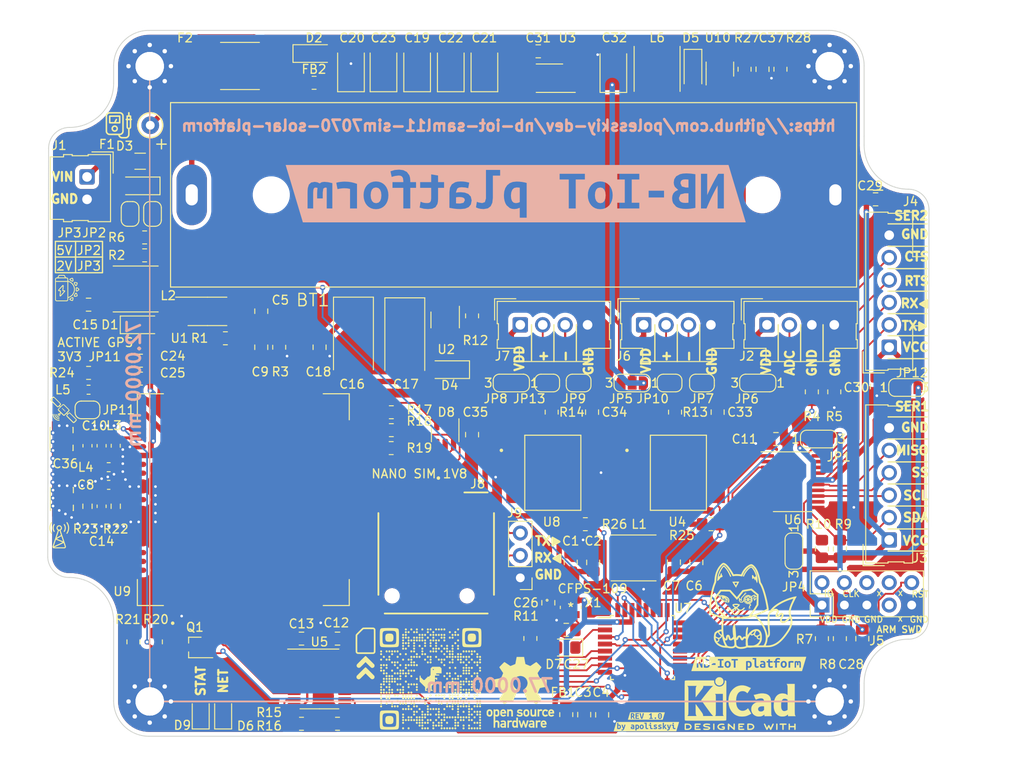
<source format=kicad_pcb>
(kicad_pcb (version 20211014) (generator pcbnew)
  (layers (0 "F.Cu" signal "Top") (31 "B.Cu" signal "Bottom") (34 "B.Paste" user) (35 "F.Paste" user) (36 "B.SilkS" user "B.Silkscreen") (37 "F.SilkS" user "F.Silkscreen") (38 "B.Mask" user) (39 "F.Mask" user) (44 "Edge.Cuts" user))
  (net 0 "")
  (net 1 "GND")
  (net 2 "RF_ANT")
  (net 3 "Net-(BT1-PadP)")
  (net 4 "VDDIO")
  (net 5 "VDDANA")
  (net 6 "Net-(C5-Pad1)")
  (net 7 "VDDCORE")
  (net 8 "GNSS_ANT")
  (net 9 "Net-(C9-Pad1)")
  (net 10 "+2V5")
  (net 11 "+5V")
  (net 12 "+BATT")
  (net 13 "XIN32")
  (net 14 "RESET")
  (net 15 "VCC")
  (net 16 "Net-(C31-Pad1)")
  (net 17 "+1V8")
  (net 18 "/VDD")
  (net 19 "Net-(D1-Pad2)")
  (net 20 "PWRKEY")
  (net 21 "LEDD")
  (net 22 "Net-(D7-Pad2)")
  (net 23 "Net-(D8-Pad3)")
  (net 24 "Net-(D8-Pad4)")
  (net 26 "Net-(D8-Pad6)")
  (net 27 "Net-(C31-Pad2)")
  (net 28 "Net-(J2-Pad2)")
  (net 29 "Net-(C10-Pad1)")
  (net 30 "Net-(F1-Pad1)")
  (net 31 "SER1TX{slash}SDA{slash}MOSI")
  (net 32 "SER1RX{slash}SCL{slash}SCK")
  (net 33 "SWDIO")
  (net 34 "SWDCLK")
  (net 38 "Net-(J6-Pad2)")
  (net 39 "Net-(J6-Pad3)")
  (net 40 "Net-(J7-Pad1)")
  (net 41 "Net-(J7-Pad2)")
  (net 42 "Net-(J7-Pad3)")
  (net 45 "VDDOUT")
  (net 46 "SIMPWR")
  (net 47 "ADC")
  (net 48 "2V5_ADC")
  (net 49 "Net-(R14-Pad1)")
  (net 50 "SER1RTS{slash}SS")
  (net 51 "Net-(R16-Pad1)")
  (net 52 "SER1CTS{slash}MISO")
  (net 53 "SER2TX{slash}MOSI")
  (net 54 "/RST")
  (net 55 "/CLK")
  (net 56 "/I{slash}O")
  (net 57 "SER2RX{slash}SCK")
  (net 58 "SER2RTS{slash}TE{slash}SS")
  (net 59 "PULSE1")
  (net 60 "SER2CTS{slash}MISO")
  (net 61 "Net-(C14-Pad2)")
  (net 62 "Net-(R12-Pad1)")
  (net 63 "Net-(R13-Pad1)")
  (net 64 "PULSE2")
  (net 65 "/TX3V")
  (net 66 "/RX3V")
  (net 67 "/RTS3V")
  (net 68 "/CTS3V")
  (net 69 "/DCD3V")
  (net 70 "/RI3V")
  (net 71 "/DTR3V")
  (net 72 "Net-(R15-Pad2)")
  (net 73 "/DTR")
  (net 74 "/RI")
  (net 75 "/DCD")
  (net 76 "/CTS")
  (net 77 "/RTS")
  (net 78 "/TX")
  (net 79 "/RX")
  (net 82 "/SER1_0")
  (net 83 "/SER1_1")
  (net 84 "/SER1_2")
  (net 85 "/SER1_3")
  (net 86 "/SER2_0")
  (net 87 "/SER2_1")
  (net 88 "/SER2_2")
  (net 89 "/SER2_3")
  (net 121 "Net-(D6-Pad2)")
  (net 124 "Net-(D9-Pad2)")
  (net 125 "Net-(C29-Pad1)")
  (net 126 "Net-(C30-Pad1)")
  (net 127 "+12V")
  (net 128 "Net-(GSM_ANT1-PadSIG)")
  (net 129 "Net-(D5-Pad2)")
  (net 130 "/probe")
  (net 131 "Net-(D3-Pad1)")
  (net 132 "Net-(J9-Pad2)")
  (net 133 "Net-(J9-Pad3)")
  (net 134 "Net-(C36-Pad1)")
  (net 135 "Net-(J6-Pad1)")
  (net 136 "Net-(JP1-Pad2)")
  (net 137 "Net-(L5-Pad1)")
  (net 138 "Net-(R20-Pad1)")
  (net 139 "Net-(R21-Pad1)")
  (net 140 "Net-(JP11-Pad2)")
  (net 141 "Net-(R27-Pad2)")
  (net 142 "Net-(J2-Pad1)")
  (footprint "Resistor_SMD:R_0805_2012Metric_Pad1.20x1.40mm_HandSolder" (layer "F.Cu") (at 67.945 86.995 90)
    (fp_text reference "R20")
    (fp_text value "100")
  )
  (footprint "Capacitor_Tantalum_SMD:CP_EIA-7343-31_Kemet-D_Pad2.25x2.55mm_HandSolder" (layer "F.Cu") (at 96.138 52.59 -90)
    (fp_text reference "C17")
    (fp_text value "100u 10V")
  )
  (footprint "Capacitor_SMD:C_0805_2012Metric_Pad1.18x1.45mm_HandSolder" (layer "F.Cu") (at 79.882 49.5205 -90)
    (fp_text reference "C5")
    (fp_text value "1n")
  )
  (footprint "Capacitor_SMD:C_0805_2012Metric_Pad1.18x1.45mm_HandSolder" (layer "F.Cu") (at 149.4575 36.842)
    (fp_text reference "C29")
    (fp_text value "100n")
  )
  (footprint "MountingHole:MountingHole_3.2mm_M3_Pad_Via" (layer "F.Cu") (at 144.25 93.75)
    (fp_text reference "REF6" hide)
    (fp_text value "MountingHole_3.2mm_M3_Pad_Via")
  )
  (footprint "Capacitor_SMD:C_0805_2012Metric_Pad1.18x1.45mm_HandSolder" (layer "F.Cu") (at 129.158 77.99 90)
    (fp_text reference "C6")
    (fp_text value "1u")
  )
  (footprint "Resistor_SMD:R_0805_2012Metric_Pad1.20x1.40mm_HandSolder" (layer "F.Cu") (at 110.362 86.61 -90)
    (fp_text reference "R11")
    (fp_text value "1k")
  )
  (footprint "Resistor_SMD:R_0805_2012Metric_Pad1.20x1.40mm_HandSolder" (layer "F.Cu") (at 134.62 22.098 90)
    (fp_text reference "R27")
    (fp_text value "100k")
  )
  (footprint "Capacitor_SMD:C_0805_2012Metric_Pad1.18x1.45mm_HandSolder" (layer "F.Cu") (at 116.458 95.2405 -90)
    (fp_text reference "C3")
    (fp_text value "10u")
  )
  (footprint "Inductor_SMD:L_0603_1608Metric_Pad1.05x0.95mm_HandSolder" (layer "F.Cu") (at 63.4 64.77 -90)
    (fp_text reference "L3")
    (fp_text value "L0")
  )
  (footprint "Capacitor_SMD:C_0805_2012Metric_Pad1.18x1.45mm_HandSolder" (layer "F.Cu") (at 138.176 64.008 180)
    (fp_text reference "C11")
    (fp_text value "100n")
  )
  (footprint "Capacitor_SMD:C_0603_1608Metric_Pad1.08x0.95mm_HandSolder" (layer "F.Cu") (at 61.8 71.628 -90)
    (fp_text reference "C14")
    (fp_text value "0u")
  )
  (footprint "Package_TO_SOT_SMD:SOT-23-6" (layer "F.Cu") (at 100.71 63.512 -90)
    (fp_text reference "D8")
    (fp_text value "ESDA6V1")
  )
  (footprint "Jumper:SolderJumper-2_P1.3mm_Open_RoundedPad1.0x1.5mm" (layer "F.Cu") (at 67.564 38.496 -90)
    (fp_text reference "JP2")
    (fp_text value "SolderJumper_2_Open")
  )
  (footprint "footprints:MODULE_SIM7070G" (layer "F.Cu") (at 77.85 70.878 90)
    (fp_text reference "U9")
    (fp_text value "SIM7070G")
  )
  (footprint "Jumper:SolderJumper-2_P1.3mm_Bridged_RoundedPad1.0x1.5mm" (layer "F.Cu") (at 129.794 57.658 180)
    (fp_text reference "JP7")
    (fp_text value "SolderJumper_2_Bridged")
  )
  (footprint "MountingHole:MountingHole_3.2mm_M3_Pad_Via" (layer "F.Cu") (at 67.25 93.75)
    (fp_text reference "REF6" hide)
    (fp_text value "MountingHole_3.2mm_M3_Pad_Via")
  )
  (footprint "Inductor_SMD:L_Taiyo-Yuden_MD-5050" (layer "F.Cu") (at 124.714 22.06 -90)
    (fp_text reference "L6")
    (fp_text value "10uH")
  )
  (footprint "LED_SMD:LED_0805_2012Metric_Pad1.15x1.40mm_HandSolder" (layer "F.Cu") (at 73.025 95.005 90)
    (fp_text reference "D9")
    (fp_text value "LED")
  )
  (footprint "kibuzzard-63309884" (layer "F.Cu") (at 123.5 95.4)
    (fp_text reference "kibuzzard-63309884" hide)
    (fp_text value "G***" hide)
  )
  (footprint "Jumper:SolderJumper-3_P1.3mm_Bridged12_RoundedPad1.0x1.5mm_NumberLabels" (layer "F.Cu") (at 108.204 57.658 180)
    (fp_text reference "JP8")
    (fp_text value "SolderJumper_3_Bridged12")
  )
  (footprint "Capacitor_SMD:C_0805_2012Metric_Pad1.18x1.45mm_HandSolder" (layer "F.Cu") (at 60.324 48.78)
    (fp_text reference "C15")
    (fp_text value "10u")
  )
  (footprint "Resistor_SMD:R_0603_1608Metric_Pad0.98x0.95mm_HandSolder" (layer "F.Cu") (at 60.2 71.628 -90)
    (fp_text reference "R23")
    (fp_text value "0R")
  )
  (footprint "Inductor_SMD:L_Taiyo-Yuden_MD-5050" (layer "F.Cu") (at 65.658 47.002)
    (fp_text reference "L2")
    (fp_text value "10uH")
  )
  (footprint "Inductor_SMD:L_0603_1608Metric_Pad1.05x0.95mm_HandSolder" (layer "F.Cu") (at 62.6 67.2)
    (fp_text reference "L4")
    (fp_text value "L0")
  )
  (footprint "Package_TO_SOT_SMD:SOT-23-5_HandSoldering" (layer "F.Cu") (at 100.71 50.51 -90)
    (fp_text reference "U2")
    (fp_text value "MCP73832-2-OT")
  )
  (footprint "LOGO" (layer "F.Cu") (at 57.9 46.9)
    (fp_text reference "G4" hide)
    (fp_text value "LOGO" hide)
  )
  (footprint "Capacitor_SMD:C_0805_2012Metric_Pad1.18x1.45mm_HandSolder" (layer "F.Cu") (at 84.438 86.626)
    (fp_text reference "C13")
    (fp_text value "100n")
  )
  (footprint "footprints:IC_H11L1SR2M" (layer "F.Cu") (at 127.126 67.83)
    (fp_text reference "U4")
    (fp_text value "H11L1SR2M")
  )
  (footprint "Resistor_SMD:R_0805_2012Metric_Pad1.20x1.40mm_HandSolder" (layer "F.Cu") (at 144.78 58.662 -90)
    (fp_text reference "R5")
    (fp_text value "3k9")
  )
  (footprint "Jumper:SolderJumper-3_P1.3mm_Bridged12_RoundedPad1.0x1.5mm_NumberLabels" (layer "F.Cu") (at 153 58.166)
    (fp_text reference "JP12")
    (fp_text value "SolderJumper_3_Bridged12")
  )
  (footprint "Resistor_SMD:R_0805_2012Metric_Pad1.20x1.40mm_HandSolder" (layer "F.Cu") (at 94.614 63.004 180)
    (fp_text reference "R18")
    (fp_text value "22")
  )
  (footprint "Symbol:OSHW-Logo_7.5x8mm_SilkScreen" (layer "F.Cu") (at 109.22 92.71)
    (fp_text reference "REF1" hide)
    (fp_text value "OSHW-Logo_7.5x8mm_SilkScreen" hide)
  )
  (footprint "Jumper:SolderJumper-2_P1.3mm_Bridged_RoundedPad1.0x1.5mm" (layer "F.Cu") (at 112.268 57.658 180)
    (fp_text reference "JP13")
    (fp_text value "SolderJumper_2_Bridged")
  )
  (footprint "Capacitor_SMD:C_0805_2012Metric_Pad1.18x1.45mm_HandSolder" (layer "F.Cu") (at 136.652 22.098 -90)
    (fp_text reference "C37")
    (fp_text value "10u")
  )
  (footprint "Resistor_SMD:R_0805_2012Metric_Pad1.20x1.40mm_HandSolder" (layer "F.Cu") (at 112.776 60.96 90)
    (fp_text reference "R14")
    (fp_text value "1K1")
  )
  (footprint "footprints:GHI-CONNECTORS_U.FL-R-SMT-1" (layer "F.Cu") (at 57.26925 64 90)
    (fp_text reference "GPS_ANT1" hide)
    (fp_text value "U.FL-R-SMT-1" hide)
  )
  (footprint "footprints:CFPS-109" (layer "F.Cu") (at 114.934 83.0915)
    (fp_text reference "X1")
    (fp_text value "CFPS-109")
  )
  (footprint "Capacitor_SMD:C_0805_2012Metric_Pad1.18x1.45mm_HandSolder" (layer "F.Cu") (at 66.166 55.13 180)
    (fp_text reference "C24")
    (fp_text value "1u")
  )
  (footprint "Resistor_SMD:R_0805_2012Metric_Pad1.20x1.40mm_HandSolder" (layer "F.Cu") (at 143.382 76.466 90)
    (fp_text reference "R10")
    (fp_text value "4K7")
  )
  (footprint "Symbol:KiCad-Logo2_5mm_SilkScreen" (layer "F.Cu") (at 134.112 93.98)
    (fp_text reference "REF2" hide)
    (fp_text value "KiCad-Logo2_5mm_SilkScreen" hide)
  )
  (footprint "LOGO" (layer "F.Cu") (at 63.754 28.448)
    (fp_text reference "G7" hide)
    (fp_text value "LOGO" hide)
  )
  (footprint "Capacitor_SMD:C_0805_2012Metric_Pad1.18x1.45mm_HandSolder" (layer "F.Cu") (at 66.166 57.162 180)
    (fp_text reference "C25")
    (fp_text value "100n")
  )
  (footprint "footprints:BAT_BH-18650-PC" (layer "F.Cu") (at 108.457 36.334 180)
    (fp_text reference "BT1")
    (fp_text value "BH-18650-PC")
  )
  (footprint "Resistor_SMD:R_0805_2012Metric_Pad1.20x1.40mm_HandSolder" (layer "F.Cu") (at 94.614 60.972 180)
    (fp_text reference "R17")
    (fp_text value "22")
  )
  (footprint "Diode_SMD:D_SOD-123" (layer "F.Cu") (at 66.166 35.318 180)
    (fp_text reference "D3")
    (fp_text value "D_Zener")
  )
  (footprint "Resistor_SMD:R_0805_2012Metric_Pad1.20x1.40mm_HandSolder" (layer "F.Cu") (at 143.382 86.63 -90)
    (fp_text reference "R7")
    (fp_text value "10k")
  )
  (footprint "Package_SO:MSOP-8_3x3mm_P0.65mm" (layer "F.Cu") (at 112.522 23.114 180)
    (fp_text reference "U3")
    (fp_text value "MCP1252T-33X50I/MS")
  )
  (footprint "Resistor_SMD:R_0805_2012Metric_Pad1.20x1.40mm_HandSolder" (layer "F.Cu") (at 60.325 56.515 180)
    (fp_text reference "R24")
    (fp_text value "10")
  )
  (footprint "Capacitor_SMD:C_0805_2012Metric_Pad1.18x1.45mm_HandSolder" (layer "F.Cu") (at 79.882 53.606 -90)
    (fp_text reference "C9")
    (fp_text value "1n")
  )
  (footprint "LED_SMD:LED_0805_2012Metric_Pad1.15x1.40mm_HandSolder" (layer "F.Cu") (at 75.565 95.005 90)
    (fp_text reference "D6")
    (fp_text value "LED")
  )
  (footprint "Connector_Molex:Molex_SL_171971-0004_1x04_P2.54mm_Vertical" (layer "F.Cu") (at 137.16 51.066)
    (fp_text reference "J2")
    (fp_text value "NCDW-04")
  )
  (footprint "MountingHole:MountingHole_3.2mm_M3_Pad_Via" (layer "F.Cu") (at 144.25 21.75)
    (fp_text reference "REF6" hide)
    (fp_text value "MountingHole_3.2mm_M3_Pad_Via")
  )
  (footprint "Capacitor_Tantalum_SMD:CP_EIA-3528-21_Kemet-B_Pad1.50x2.35mm_HandSolder" (layer "F.Cu") (at 93.725 22.009 90)
    (fp_text reference "C23")
    (fp_text value "100u 6V3")
  )
  (footprint "Connector_PinHeader_2.54mm:PinHeader_1x03_P2.54mm_Vertical" (layer "F.Cu") (at 109.22 79.741 180)
    (fp_text reference "J9")
    (fp_text value "Conn_01x03_Female")
  )
  (footprint "Capacitor_Tantalum_SMD:CP_EIA-7343-31_Kemet-D_Pad2.25x2.55mm_HandSolder" (layer "F.Cu") (at 90.322 52.514 -90)
    (fp_text reference "C16")
    (fp_text value "100u 10V")
  )
  (footprint "Resistor_SMD:R_0805_2012Metric_Pad1.20x1.40mm_HandSolder" (layer "F.Cu") (at 85.867 23.634)
    (fp_text reference "FB2")
    (fp_text value "330")
  )
  (footprint "kibuzzard-63309844" (layer "F.Cu") (at 135.1 89.5)
    (fp_text reference "kibuzzard-63309844" hide)
    (fp_text value "G***" hide)
  )
  (footprint "LOGO" (layer "F.Cu") (at 57 74.9)
    (fp_text reference "G5" hide)
    (fp_text value "LOGO" hide)
  )
  (footprint "Capacitor_SMD:C_0805_2012Metric_Pad1.18x1.45mm_HandSolder" (layer "F.Cu") (at 149.6 58.0625 -90)
    (fp_text reference "C30")
    (fp_text value "100n")
  )
  (footprint "MountingHole:MountingHole_3.2mm_M3_Pad_Via" (layer "F.Cu") (at 67.25 21.75)
    (fp_text reference "REF6" hide)
    (fp_text value "MountingHole_3.2mm_M3_Pad_Via")
  )
  (footprint "Fuse:Fuse_1206_3216Metric_Pad1.42x1.75mm_HandSolder" (layer "F.Cu") (at 66.166 32.524)
    (fp_text reference "F1")
    (fp_text value "0.5A")
  )
  (footprint "Resistor_SMD:R_0805_2012Metric_Pad1.20x1.40mm_HandSolder" (layer "F.Cu") (at 84.438 96.278)
    (fp_text reference "R16")
    (fp_text value "47k")
  )
  (footprint "kibuzzard-6330987C" (layer "F.Cu") (at 123.5 96.6)
    (fp_text reference "kibuzzard-6330987C" hide)
    (fp_text value "G***" hide)
  )
  (footprint "Capacitor_SMD:C_0805_2012Metric_Pad1.18x1.45mm_HandSolder" (layer "F.Cu") (at 131.572 60.96 90)
    (fp_text reference "C33")
    (fp_text value "100n")
  )
  (footprint "Capacitor_SMD:C_0805_2012Metric_Pad1.18x1.45mm_HandSolder" (layer "F.Cu") (at 111.252 20.066)
    (fp_text reference "C31")
    (fp_text value "1u")
  )
  (footprint "Resistor_SMD:R_0805_2012Metric_Pad1.20x1.40mm_HandSolder" (layer "F.Cu") (at 130.81 73.66)
    (fp_text reference "R25")
    (fp_text value "10k")
  )
  (footprint "Package_SO:TSSOP-20_4.4x6.5mm_P0.65mm" (layer "F.Cu") (at 140.08 68.846)
    (fp_text reference "U6")
    (fp_text value "TXS0108EPW")
  )
  (footprint "Capacitor_Tantalum_SMD:CP_EIA-3528-21_Kemet-B_Pad1.50x2.35mm_HandSolder" (layer "F.Cu") (at 101.345 22.009 90)
    (fp_text reference "C22")
    (fp_text value "100u 6V3")
  )
  (footprint "LOGO" (layer "F.Cu") (at 91.694 86.868)
    (fp_text reference "G3" hide)
    (fp_text value "LOGO" hide)
  )
  (footprint "Capacitor_SMD:C_0805_2012Metric_Pad1.18x1.45mm_HandSolder" (layer "F.Cu") (at 114.934 77.99 90)
    (fp_text reference "C1")
    (fp_text value "10u")
  )
  (footprint "Package_QFP:TQFP-32_7x7mm_P0.8mm" (layer "F.Cu") (at 123.062 87.642)
    (fp_text reference "U7")
    (fp_text value "ATSAML11E15")
  )
  (footprint "Capacitor_SMD:C_0805_2012Metric_Pad1.18x1.45mm_HandSolder" (layer "F.Cu") (at 103.758 63.512 -90)
    (fp_text reference "C35")
    (fp_text value "100n")
  )
  (footprint "Inductor_SMD:L_0603_1608Metric_Pad1.05x0.95mm_HandSolder" (layer "F.Cu") (at 60.325 58.42)
    (fp_text reference "L5")
    (fp_text value "47nH")
  )
  (footprint "Jumper:SolderJumper-3_P1.3mm_Bridged12_RoundedPad1.0x1.5mm_NumberLabels" (layer "F.Cu") (at 140.208 76.708 -90)
    (fp_text reference "JP4")
    (fp_text value "SolderJumper_3_Bridged12")
  )
  (footprint "Capacitor_SMD:C_0805_2012Metric_Pad1.18x1.45mm_HandSolder" (layer "F.Cu") (at 88.518 86.626 180)
    (fp_text reference "C12")
    (fp_text value "100n")
  )
  (footprint "Resistor_SMD:R_0805_2012Metric_Pad1.20x1.40mm_HandSolder" (layer "F.Cu") (at 126.746 60.96 90)
    (fp_text reference "R13")
    (fp_text value "1K1")
  )
  (footprint "Resistor_SMD:R_0805_2012Metric_Pad1.20x1.40mm_HandSolder" (layer "F.Cu") (at 138.684 22.098 -90)
    (fp_text reference "R28")
    (fp_text value "12k")
  )
  (footprint "Diode_SMD:D_SOD-123" (layer "F.Cu") (at 128.778 22.098 -90)
    (fp_text reference "D5")
    (fp_text value "1N5819")
  )
  (footprint "Jumper:SolderJumper-2_P1.3mm_Bridged_RoundedPad1.0x1.5mm" (layer "F.Cu") (at 115.824 57.658 180)
    (fp_text reference "JP9")
    (fp_text value "SolderJumper_2_Bridged")
  )
  (footprint "Connector_Molex:Molex_SL_171971-0002_1x02_P2.54mm_Vertical" (layer "F.Cu") (at 60.15 34.302 -90)
    (fp_text reference "J1")
    (fp_text value "Conn_01x02")
  )
  (footprint "footprints:GCT_SIM8066-6-1-14-01-A_REVA" (layer "F.Cu") (at 99.694 76.9215)
    (fp_text reference "J8")
    (fp_text value "SIM8066")
  )
  (footprint "Capacitor_SMD:C_0805_2012Metric_Pad1.18x1.45mm_HandSolder" (layer "F.Cu") (at 114.426 85.6315 180)
    (fp_text reference "C27")
    (fp_text value "15p")
  )
  (footprint "Diode_SMD:D_SOD-123" (layer "F.Cu") (at 101.218 56.146 180)
    (fp_text reference "D4")
    (fp_text value "D_Zener")
  )
  (footprint "Resistor_SMD:R_0805_2012Metric_Pad1.20x1.40mm_HandSolder" (layer "F.Cu") (at 116.586 73.66)
    (fp_text reference "R26")
    (fp_text value "10k")
  )
  (footprint "Capacitor_SMD:C_0805_2012Metric_Pad1.18x1.45mm_HandSolder" (layer "F.Cu") (at 147.955 86.63 -90)
    (fp_text reference "C28")
    (fp_text value "100n")
  )
  (footprint "Capacitor_SMD:C_0805_2012Metric_Pad1.18x1.45mm_HandSolder" (layer "F.Cu") (at 118.49 95.262 -90)
    (fp_text reference "C4")
    (fp_text value "100n")
  )
  (footprint "Jumper:SolderJumper-2_P1.3mm_Bridged_RoundedPad1.0x1.5mm" (layer "F.Cu") (at 65.024 38.496 -90)
    (fp_text reference "JP3")
    (fp_text value "SolderJumper_2_Bridged")
  )
  (footprint "Capacitor_Tantalum_SMD:CP_EIA-3528-21_Kemet-B_Pad1.50x2.35mm_HandSolder" (layer "F.Cu") (at 90.042 22.009 90)
    (fp_text reference "C20")
    (fp_text value "100u 6V3")
  )
  (footprint "Fuse:Fuse_2920_7451Metric_Pad2.10x5.45mm_HandSolder" (layer "F.Cu") (at 77.47 21.729 180)
    (fp_text reference "F2")
    (fp_text value "0.75A")
  )
  (footprint "Resistor_SMD:R_0805_2012Metric_Pad1.20x1.40mm_HandSolder" (layer "F.Cu") (at 114.426 95.2405 -90)
    (fp_text reference "FB1")
    (fp_text value "330")
  )
  (footprint "Capacitor_Tantalum_SMD:CP_EIA-3528-21_Kemet-B_Pad1.50x2.35mm_HandSolder" (layer "F.Cu") (at 119.76 22.094 90)
    (fp_text reference "C32")
    (fp_text value "100u 6V3")
  )
  (footprint "Capacitor_Tantalum_SMD:CP_EIA-3528-21_Kemet-B_Pad1.50x2.35mm_HandSolder" (layer "F.Cu") (at 97.535 22.009 90)
    (fp_text reference "C19")
    (fp_text value "100u 6V3")
  )
  (footprint "Resistor_SMD:R_0805_2012Metric_Pad1.20x1.40mm_HandSolder" (layer "F.Cu") (at 65.405 86.995 -90)
    (fp_text reference "R21")
    (fp_text value "100")
  )
  (footprint "Package_TO_SOT_SMD:SOT-23-5" (layer "F.Cu") (at 131.826 22.082 90)
    (fp_text reference "U10")
    (fp_text value "AP3012")
  )
  (footprint "Inductor_SMD:L_Taiyo-Yuden_MD-5050" (layer "F.Cu") (at 122.046 77.482 180)
    (fp_text reference "L1")
    (fp_text value "10uH")
  )
  (footprint "TestPoint:TestPoint_Keystone_5000-5004_Miniature" (layer "F.Cu") (at 67.31 28.448)
    (fp_text reference "REF0" hide)
    (fp_text value "TestPoint_Keystone_5000-5004_Miniature")
  )
  (footprint "Capacitor_SMD:C_0805_2012Metric_Pad1.18x1.45mm_HandSolder" (layer "F.Cu") (at 117.348 60.96 90)
    (fp_text reference "C34")
    (fp_text value "100n")
  )
  (footprint "Capacitor_SMD:C_0603_1608Metric_Pad1.08x0.95mm_HandSolder" (layer "F.Cu") (at 62.6 69.2)
    (fp_text reference "C8")
    (fp_text value "0u")
  )
  (footprint "Jumper:SolderJumper-3_P1.3mm_Bridged12_RoundedPad1.0x1.5mm_NumberLabels" (layer "F.Cu") (at 121.89 57.658 180)
    (fp_text reference "JP5")
    (fp_text value "SolderJumper_3_Bridged12")
  )
  (footprint "Package_SO:TSSOP-20_4.4x6.5mm_P0.65mm" (layer "F.Cu") (at 86.47 91.198)
    (fp_text reference "U5")
    (fp_text value "TXB0108PWR")
  )
  (footprint "Capacitor_SMD:C_0805_2012Metric_Pad1.18x1.45mm_HandSolder" (layer "F.Cu") (at 112.394 82.562 -90)
    (fp_text reference "C26")
    (fp_text value "100n")
  )
  (footprint "LOGO" (layer "F.Cu") (at 135.6 83)
    (fp_text reference "G100" hide)
    (fp_text value "LOGO" hide)
  )
  (footprint "LOGO" (layer "F.Cu") (at 99.06 91.186)
    (fp_text reference "G8" hide)
    (fp_text value "LOGO" hide)
  )
  (footprint "Jumper:SolderJumper-2_P1.3mm_Open_RoundedPad1.0x1.5mm" (layer "F.Cu") (at 60.198 60.706)
    (fp_text reference "JP11")
    (fp_text value "SolderJumper_2_Open")
  )
  (footprint "Resistor_SMD:R_0805_2012Metric_Pad1.20x1.40mm_HandSolder" (layer "F.Cu") (at 145.414 76.466 90)
    (fp_text reference "R9")
    (fp_text value "4K7")
  )
  (footprint "footprints:GHI-CONNECTORS_U.FL-R-SMT-1" (layer "F.Cu") (at 57.3 70.8 90)
    (fp_text reference "GSM_ANT1" hide)
    (fp_text value "U.FL-R-SMT-1" hide)
  )
  (footprint "Jumper:SolderJumper-2_P1.3mm_Bridged_RoundedPad1.0x1.5mm" (layer "F.Cu") (at 126.126 57.658 180)
    (fp_text reference "JP10")
    (fp_text value "SolderJumper_2_Bridged")
  )
  (footprint "Diode_SMD:D_SOD-123" (layer "F.Cu") (at 85.725 20.32)
    (fp_text reference "D2")
    (fp_text value "D_Zener")
  )
  (footprint "Resistor_SMD:R_0805_2012Metric_Pad1.20x1.40mm_HandSolder" (layer "F.Cu") (at 66.674 41.16)
    (fp_text reference "R6")
    (fp_text value "10k")
  )
  (footprint "Capacitor_SMD:C_0603_1608Metric_Pad1.08x0.95mm_HandSolder" (layer "F.Cu") (at 61.8 64.77 90)
    (fp_text reference "C10")
    (fp_text value "0u")
  )
  (footprint "Connector_Molex:Molex_SL_171971-0004_1x04_P2.54mm_Vertical" (layer "F.Cu") (at 109.22 51.066)
    (fp_text reference "J7")
    (fp_text value "NCDW-04")
  )
  (footprint "Package_SO:TSSOP-8_4.4x3mm_P0.65mm" (layer "F.Cu") (at 73.786 49.542)
    (fp_text reference "U1")
    (fp_text value "SPV1040T")
  )
  (footprint "Connector_Molex:Molex_SL_171971-0006_1x06_P2.54mm_Vertical" (layer "F.Cu") (at 151.002 75.45 90)
    (fp_text reference "J3")
    (fp_text value "NCDW-06")
  )
  (footprint "Capacitor_SMD:C_0805_2012Metric_Pad1.18x1.45mm_HandSolder" (layer "F.Cu") (at 126.618 77.9685 90)
    (fp_text reference "C7")
    (fp_text value "100n")
  )
  (footprint "Resistor_SMD:R_0805_2012Metric_Pad1.20x1.40mm_HandSolder" (layer "F.Cu") (at 81.914 53.606 90)
    (fp_text reference "R3")
    (fp_text value "130k")
  )
  (footprint "Resistor_SMD:R_0805_2012Metric_Pad1.20x1.40mm_HandSolder" (layer "F.Cu") (at 66.674 43.192)
    (fp_text reference "R2")
    (fp_text value "1k")
  )
  (footprint "Jumper:SolderJumper-3_P1.3mm_Bridged12_RoundedPad1.0x1.5mm_NumberLabels" (layer "F.Cu") (at 136.114 57.658 180)
    (fp_text reference "JP6")
    (fp_text value "SolderJumper_3_Bridged12")
  )
  (footprint "Jumper:SolderJumper-3_P1.3mm_Bridged12_RoundedPad1.0x1.5mm_NumberLabels" (layer "F.Cu") (at 143.002 64.008)
    (fp_text reference "JP1")
    (fp_text value "SolderJumper_3_Bridged12")
  )
  (footprint "Resistor_SMD:R_0805_2012Metric_Pad1.20x1.40mm_HandSolder" (layer "F.Cu") (at 94.598 65.036 180)
    (fp_text reference "R19")
    (fp_text value "22")
  )
  (footprint "Package_TO_SOT_SMD:SOT-323_SC-70_Handsoldering" (layer "F.Cu") (at 72.39 87.63 180)
    (fp_text reference "Q1")
    (fp_text value "DDTC143ZUA-7-F")
  )
  (footprint "Resistor_SMD:R_0805_2012Metric_Pad1.20x1.40mm_HandSolder" (layer "F.Cu") (at 142.24 58.662 90)
    (fp_text reference "R4")
    (fp_text value "10k")
  )
  (footprint "Resistor_SMD:R_0805_2012Metric_Pad1.20x1.40mm_HandSolder" (layer "F.Cu") (at 88.518 96.278)
    (fp_text reference "R15")
    (fp_text value "47k")
  )
  (footprint "Connector_PinHeader_2.54mm:PinHeader_2x05_P2.54mm_Vertical" (layer "F.Cu") (at 143.387 82.821 90)
    (fp_text reference "J5")
    (fp_text value "ARM-JTAG-SWD-10")
  )
  (footprint "Resistor_SMD:R_0603_1608Metric_Pad0.98x0.95mm_HandSolder" (layer "F.Cu") (at 63.4 71.628 90)
    (fp_text reference "R22")
    (fp_text value "0R")
  )
  (footprint "Capacitor_SMD:C_0805_2012Metric_Pad1.18x1.45mm_HandSolder" (layer "F.Cu") (at 117.474 77.99 90)
    (fp_text reference "C2")
    (fp_text value "100n")
  )
  (footprint "footprints:IC_H11L1SR2M" (layer "F.Cu") (at 112.902 67.83)
    (fp_text reference "U8")
    (fp_text value "H11L1SR2M")
  )
  (footprint "LED_SMD:LED_0805_2012Metric_Pad1.15x1.40mm_HandSolder" (layer "F.Cu") (at 114.426 87.642 180)
    (fp_text reference "D7")
    (fp_text value "LED")
  )
  (footprint "Resistor_SMD:R_0805_2012Metric_Pad1.20x1.40mm_HandSolder" (layer "F.Cu") (at 103.758 50.05 90)
    (fp_text reference "R12")
    (fp_text value "10k")
  )
  (footprint "Connector_Molex:Molex_SL_171971-0006_1x06_P2.54mm_Vertical" (layer "F.Cu") (at 151.002 53.606 90)
    (fp_text reference "J4")
    (fp_text value "NCDW-06")
  )
  (footprint "LOGO" (layer "F.Cu") (at 91.694 89.916)
    (fp_text reference "G2" hide)
    (fp_text value "LOGO" hide)
  )
  (footprint "Capacitor_SMD:C_0805_2012Metric_Pad1.18x1.45mm_HandSolder" (layer "F.Cu") (at 86.486 53.606 -90)
    (fp_text reference "C18")
    (fp_text value "1u")
  )
  (footprint "Capacitor_Tantalum_SMD:CP_EIA-3528-21_Kemet-B_Pad1.50x2.35mm_HandSolder" (layer "F.Cu") (at 105.155 22.009 90)
    (fp_text reference "C21")
    (fp_text value "100u 6V3")
  )
  (footprint "Resistor_SMD:R_0805_2012Metric_Pad1.20x1.40mm_HandSolder" (layer "F.Cu") (at 145.415 86.63 -90)
    (fp_text reference "R8")
    (fp_text value "10k")
  )
  (footprint "Connector_Molex:Molex_SL_171971-0004_1x04_P2.54mm_Vertical" (layer "F.Cu") (at 123.19 51.066)
    (fp_text reference "J6")
    (fp_text value "NCDW-04")
  )
  (footprint "LOGO" (layer "F.Cu") (at 57.5 60.7)
    (fp_text reference "G6" hide)
    (fp_text value "LOGO" hide)
  )
  (footprint "Capacitor_SMD:C_0603_1608Metric_Pad1.08x0.95mm_HandSolder" (layer "F.Cu") (at 60.2 64.77 -90)
    (fp_text reference "C36")
    (fp_text value "33p")
  )
  (footprint "kibuzzard-63309E1C" (layer "F.Cu") (at 108.7 36.2)
    (fp_text reference "kibuzzard-63309E1C" hide)
    (fp_text value "G***" hide)
  )
  (footprint "Resistor_SMD:R_0805_2012Metric_Pad1.20x1.40mm_HandSolder" (layer "F.Cu") (at 75.818 52.59 180)
    (fp_text reference "R1")
    (fp_text value "390k")
  )
  (footprint "Diode_SMD:D_SOD-123" (layer "F.Cu") (at 66.166 51.066)
    (fp_text reference "D1")
    (fp_text value "D_Schottky")
  )
  (gr_line (start 127 51.054) (end 127 55.226) (layer "F.SilkS") (width 0.15))
  (gr_line (start 56.566 43.384) (end 61.9 43.384) (layer "F.SilkS") (width 0.15))
  (gr_line (start 58.852 45.162) (end 58.852 41.606) (layer "F.SilkS") (width 0.15))
  (gr_line (start 143.51 51.054) (end 143.51 55.118) (layer "F.SilkS") (width 0.15))
  (gr_line (start 150.876 66.6) (end 155.3 66.6) (layer "F.SilkS") (width 0.15))
  (gr_line (start 150.876 71.6) (end 155.3 71.6) (layer "F.SilkS") (width 0.15))
  (gr_line (start 150.876 44.7) (end 155.3 44.7) (layer "F.SilkS") (width 0.15))
  (gr_line (start 150.876 52.3) (end 155.3 52.3) (layer "F.SilkS") (width 0.15))
  (gr_line (start 115.57 51.054) (end 115.57 55.118) (layer "F.SilkS") (width 0.15))
  (gr_line (start 150.876 47.256) (end 155.3 47.256) (layer "F.SilkS") (width 0.15))
  (gr_line (start 150.876 49.8) (end 155.3 49.8) (layer "F.SilkS") (width 0.15))
  (gr_rect (start 138.684 80.772) (end 138.684 80.772) (layer "F.SilkS") (width 0.15) (fill none))
  (gr_line (start 150.876 42.164) (end 155.3 42.164) (layer "F.SilkS") (width 0.15))
  (gr_line (start 138.43 51.054) (end 138.43 55.118) (layer "F.SilkS") (width 0.15))
  (gr_line (start 150.876 39.624) (end 155.3 39.624) (layer "F.SilkS") (width 0.15))
  (gr_line (start 150.876 76.7) (end 155.3 76.7) (layer "F.SilkS") (width 0.15))
  (gr_line (start 140.97 51.054) (end 140.97 55.226) (layer "F.SilkS") (width 0.15))
  (gr_line (start 110.49 51.054) (end 110.49 55.118) (layer "F.SilkS") (width 0.15))
  (gr_line (start 150.876 69.1) (end 155.3 69.1) (layer "F.SilkS") (width 0.15))
  (gr_line (start 113.03 51.054) (end 113.03 55.226) (layer "F.SilkS") (width 0.15))
  (gr_line (start 150.876 64) (end 155.3 64) (layer "F.SilkS") (width 0.15))
  (gr_line (start 150.876 54.9) (end 155.3 54.9) (layer "F.SilkS") (width 0.15))
  (gr_line (start 129.54 51.054) (end 129.54 55.118) (layer "F.SilkS") (width 0.15))
  (gr_rect (start 56.566 41.606) (end 61.9 45.162) (layer "F.SilkS") (width 0.15) (fill none))
  (gr_line (start 150.876 74.2) (end 155.3 74.2) (layer "F.SilkS") (width 0.15))
  (gr_line (start 124.46 51.054) (end 124.46 55.118) (layer "F.SilkS") (width 0.15))
  (gr_line (start 150.876 61.5) (end 155.3 61.5) (layer "F.SilkS") (width 0.15))
  (gr_arc locked (start 58.162 79.694) (mid 61.697534 81.158466) (end 63.162 84.694) (layer "Edge.Cuts") (width 0.1))
  (gr_arc (start 58.162 79.694) (mid 56.455897 79.056897) (end 55.7 77.4) (layer "Edge.Cuts") (width 0.1))
  (gr_line (start 155.506313 38) (end 155.455999 84.437686) (layer "Edge.Cuts") (width 0.1))
  (gr_line locked (start 148.162 21.694) (end 148.162 29.694) (layer "Edge.Cuts") (width 0.1))
  (gr_arc (start 55.800001 31.038) (mid 56.495541 29.376813) (end 58.162 28.694) (layer "Edge.Cuts") (width 0.1))
  (gr_line (start 55.7 77.4) (end 55.800001 31.038) (layer "Edge.Cuts") (width 0.1))
  (gr_arc (start 153.162 35.694) (mid 154.811745 36.361477) (end 155.506313 38) (layer "Edge.Cuts") (width 0.1))
  (gr_line locked (start 67.162 97.694) (end 144.162 97.694) (layer "Edge.Cuts") (width 0.1))
  (gr_arc locked (start 153.162 35.694) (mid 149.626466 34.229534) (end 148.162 30.694) (layer "Edge.Cuts") (width 0.1))
  (gr_line locked (start 148.162 92.694) (end 148.162 91.694) (layer "Edge.Cuts") (width 0.1))
  (gr_arc locked (start 148.162 93.694) (mid 146.990427 96.522427) (end 144.162 97.694) (layer "Edge.Cuts") (width 0.1))
  (gr_arc locked (start 148.162 91.694) (mid 149.626466 88.158466) (end 153.162 86.694) (layer "Edge.Cuts") (width 0.1))
  (gr_line locked (start 144.162 17.694) (end 67.162 17.694) (layer "Edge.Cuts") (width 0.1))
  (gr_arc locked (start 144.162 17.694) (mid 146.990427 18.865573) (end 148.162 21.694) (layer "Edge.Cuts") (width 0.1))
  (gr_line locked (start 148.162 93.694) (end 148.162 92.694) (layer "Edge.Cuts") (width 0.1))
  (gr_line locked (start 63.162 84.694) (end 63.162 93.694) (layer "Edge.Cuts") (width 0.1))
  (gr_arc locked (start 67.162 97.694) (mid 64.333573 96.522427) (end 63.162 93.694) (layer "Edge.Cuts") (width 0.1))
  (gr_arc locked (start 63.162 21.694) (mid 64.333573 18.865573) (end 67.162 17.694) (layer "Edge.Cuts") (width 0.1))
  (gr_arc (start 155.455999 84.437686) (mid 154.776298 86.040946) (end 153.162 86.694) (layer "Edge.Cuts") (width 0.1))
  (gr_arc locked (start 63.162 23.694) (mid 61.697534 27.229534) (end 58.162 28.694) (layer "Edge.Cuts") (width 0.1))
  (gr_line locked (start 148.162 29.694) (end 148.162 30.694) (layer "Edge.Cuts") (width 0.1))
  (gr_line locked (start 63.162 23.694) (end 63.162 21.694) (layer "Edge.Cuts") (width 0.1))
  (gr_text "https://github.com/polesskiy-dev/nb-iot-saml11-sim7070-solar-platform" (at 107.9 28.5) (layer "B.SilkS") (effects (font (size 1.25 1.25) (thickness 0.3)) (justify mirror)))
  (gr_text "2V" (at 57.582 44.4) (layer "F.SilkS") (effects (font (size 1 1))))
  (gr_text "GND" (at 130.92 55.226 90) (layer "F.SilkS") (effects (font (size 1 1) (thickness 0.25))))
  (gr_text "NANO SIM 1V8" (at 97.79 67.945) (layer "F.SilkS") (effects (font (size 1 1))))
  (gr_text "X\n" (at 149.86 81.551) (layer "F.SilkS") (effects (font (size 0.5 0.5) (thickness 0.125))))
  (gr_text "VDD\n" (at 123.444 55.118 90) (layer "F.SilkS") (effects (font (size 1 1) (thickness 0.25))))
  (gr_text "GND\n" (at 154.4 84.455) (layer "F.SilkS") (effects (font (size 0.7 0.7) (thickness 0.125))))
  (gr_text "CLK\n" (at 146.685 81.551) (layer "F.SilkS") (effects (font (size 0.7 0.7) (thickness 0.125))))
  (gr_text "ADC" (at 139.74686 55.36 90) (layer "F.SilkS") (effects (font (size 1 1) (thickness 0.25))))
  (gr_text "VDD" (at 137.05 55.226 90) (layer "F.SilkS") (effects (font (size 1 1) (thickness 0.25))))
  (gr_text "GND" (at 153.9 40.8) (layer "F.SilkS") (effects (font (size 1 1) (thickness 0.25))))
  (gr_text "X\n" (at 152.254625 84.440462) (layer "F.SilkS") (effects (font (size 0.5 0.5) (thickness 0.125))))
  (gr_text "GND" (at 142.24 55.36 90) (layer "F.SilkS") (effects (font (size 1 1) (thickness 0.25))))
  (gr_text "5V" (at 57.582 42.622) (layer "F.SilkS") (effects (font (size 1 1))))
  (gr_text "GND\n" (at 149.225 84.455) (layer "F.SilkS") (effects (font (size 0.7 0.7) (thickness 0.125))))
  (gr_text "GND" (at 153.9 62.7) (layer "F.SilkS") (effects (font (size 1 1) (thickness 0.25))))
  (gr_text "JP2" (at 60.376 42.622) (layer "F.SilkS") (effects (font (size 1 1))))
  (gr_text "GND" (at 116.95 55.226 90) (layer "F.SilkS") (effects (font (size 1 1) (thickness 0.25))))
  (gr_text "-\n" (at 114.299999 54.61 90) (layer "F.SilkS") (effects (font (size 1 1) (thickness 0.25))))
  (gr_text "SDA\n" (at 154 72.9) (layer "F.SilkS") (effects (font (size 1 1) (thickness 0.25))))
  (gr_text "ACTIVE GPS\n3V3 JP11" (at 56.7 53.876) (layer "F.SilkS") (effects (font (size 1 1)) (justify left)))
  (gr_text "SS" (at 154.5 67.8) (layer "F.SilkS") (effects (font (size 1 1) (thickness 0.25))))
  (gr_text "GND" (at 57.6 36.8) (layer "F.SilkS") (effects (font (size 1 1) (thickness 0.25))))
  (gr_text "X\n" (at 152.272029 81.52386) (layer "F.SilkS") (effects (font (size 0.5 0.5) (thickness 0.125))))
  (gr_text "SER2\n" (at 153.5 38.7) (layer "F.SilkS") (effects (font (size 1 1) (thickness 0.25))))
  (gr_text "RST" (at 154.5 81.6) (layer "F.SilkS") (effects (font (size 0.7 0.7) (thickness 0.125))))
  (gr_text "SER1\n" (at 153.6 60.325) (layer "F.SilkS") (effects (font (size 1 1) (thickness 0.25))))
  (gr_text "VDD\n" (at 109.11 54.864 90) (layer "F.SilkS") (effects (font (size 1 1) (thickness 0.25))))
  (gr_text "RX◀" (at 153.924 48.641) (layer "F.SilkS") (effects (font (size 1 1) (thickness 0.25))))
  (gr_text "STAT" (at 73.025 91.44 90) (layer "F.SilkS") (effects (font (size 1 1) (thickness 0.25))))
  (gr_text "IO" (at 144.145 81.551) (layer "F.SilkS") (effects (font (size 0.7 0.7) (thickness 0.125))))
  (gr_text "VDD" (at 144.145 84.455) (layer "F.SilkS") (effects (font (size 0.7 0.7) (thickness 0.125))))
  (gr_text "TX▶" (at 153.924 51.176) (layer "F.SilkS") (effects (font (size 1 1) (thickness 0.25))))
  (gr_text "CTS" (at 154.1 43.336) (layer "F.SilkS") (effects (font (size 1 1) (thickness 0.25))))
  (gr_text "JP3" (at 60.376 44.4) (layer "F.SilkS") (effects (font (size 1 1))))
  (gr_text "RTS\n" (at 154.1 46.1) (layer "F.SilkS") (effects (font (size 1 1) (thickness 0.25))))
  (gr_text "RX◀" (at 112.395 77.47) (layer "F.SilkS") (effects (font (size 1 1) (thickness 0.25))))
  (gr_text "VIN\n" (at 57.4 34.29) (layer "F.SilkS") (effects (font (size 1 1) (thickness 0.25))))
  (gr_text "ARM SWD" (at 152.146 85.598) (layer "F.SilkS") (effects (font (size 0.75 0.75))))
  (gr_text "GND" (at 112.395 79.375) (layer "F.SilkS") (effects (font (size 1 1) (thickness 0.25))))
  (gr_text "GND" (at 144.89 55.372 90) (layer "F.SilkS") (effects (font (size 1 1) (thickness 0.25))))
  (gr_text "+\n" (at 125.73 54.61 90) (layer "F.SilkS") (effects (font (size 1 1) (thickness 0.25))))
  (gr_text "NET" (at 75.565 91.44 90) (layer "F.SilkS") (effects (font (size 1 1) (thickness 0.25))))
  (gr_text "GND\n" (at 146.685 84.455) (layer "F.SilkS") (effects (font (size 0.7 0.7) (thickness 0.125))))
  (gr_text "+\n" (at 111.806859 54.61 90) (layer "F.SilkS") (effects (font (size 1 1) (thickness 0.25))))
  (gr_text "SCL" (at 154 70.4) (layer "F.SilkS") (effects (font (size 1 1) (thickness 0.25))))
  (gr_text "VCC\n" (at 154 75.54) (layer "F.SilkS") (effects (font (size 1 1) (thickness 0.25))))
  (gr_text "TX▶" (at 112.395 75.565) (layer "F.SilkS") (effects (font (size 1 1) (thickness 0.25))))
  (gr_text "MISO" (at 153.6 65.3) (layer "F.SilkS") (effects (font (size 1 1) (thickness 0.25))))
  (gr_text "VCC\n" (at 154 53.6) (layer "F.SilkS") (effects (font (size 1 1) (thickness 0.25))))
  (gr_text "-\n" (at 128.269999 54.61 90) (layer "F.SilkS") (effects (font (size 1 1) (thickness 0.25))))
  (dimension (type aligned) (layer "B.SilkS") (pts (xy 67.25 93.75) (xy 67.25 21.75)) (height 0) (gr_text "72.0000 mm" (at 65.45 57.75 90) (layer "B.SilkS") (effects (font (size 1.5 1.5) (thickness 0.3)) (justify mirror))) (format (units 3) (units_format 1) (precision 4)) (style (thickness 0.15) (arrow_length 1.27) (text_position_mode 0) (extension_height 0.58642) (extension_offset 0.5) keep_text_aligned))
  (dimension (type aligned) (layer "B.SilkS") (pts (xy 67.25 93.75) (xy 144.25 93.75)) (height 0) (gr_text "77.0000 mm" (at 105.75 91.95) (layer "B.SilkS") (effects (font (size 1.5 1.5) (thickness 0.3)) (justify mirror))) (format (units 3) (units_format 1) (precision 4)) (style (thickness 0.2) (arrow_length 1.27) (text_position_mode 0) (extension_height 0.58642) (extension_offset 0.5) keep_text_aligned))
  (segment (start 113.3885 85.6315) (end 114.2736 84.7464) (width 0.2032) (layer "F.Cu") (net 1))
  (segment (start 68.0016 22.5016) (end 68.0016 24.461323) (width 0.2032) (layer "F.Cu") (net 1))
  (segment (start 72.077 49.217) (end 72.136 49.276) (width 0.2032) (layer "F.Cu") (net 1))
  (segment (start 67.25 21.75) (end 66.4984 22.5016) (width 0.2032) (layer "F.Cu") (net 1))
  (segment (start 70.9235 49.217) (end 72.077 49.217) (width 0.2032) (layer "F.Cu") (net 1))
  (segment (start 67.25 21.75) (end 68.0016 22.5016) (width 0.2032) (layer "F.Cu") (net 1))
  (segment (start 73.167 86.98) (end 72.39 87.757) (width 0.254) (layer "F.Cu") (net 1))
  (segment (start 121.062 91.892) (end 121.062 90.802641) (width 0.2032) (layer "F.Cu") (net 1))
  (segment (start 123.462 81.298) (end 123.19 81.026) (width 0.2032) (layer "F.Cu") (net 1))
  (segment (start 113.3885 84.594) (end 113.33025 84.53575) (width 0.2032) (layer "F.Cu") (net 1))
  (segment (start 123.462 83.392) (end 123.462 81.298) (width 0.2032) (layer "F.Cu") (net 1))
  (segment (start 114.2736 84.7464) (end 114.2736 83.9043) (width 0.2032) (layer "F.Cu") (net 1))
  (segment (start 121.062 90.802641) (end 121.072729 90.791912) (width 0.2032) (layer "F.Cu") (net 1))
  (segment (start 73.72 86.98) (end 73.167 86.98) (width 0.254) (layer "F.Cu") (net 1))
  (segment (start 113.3885 85.6315) (end 113.3885 84.594) (width 0.2032) (layer "F.Cu") (net 1))
  (segment (start 67.25 93.75) (end 68.0016 94.5016) (width 0.2032) (layer "F.Cu") (net 1))
  (segment (start 72.39 87.757) (end 72.39 88.265) (width 0.254) (layer "F.Cu") (net 1))
  (segment (start 66.4984 22.5016) (end 66.4984 24.1796) (width 0.2032) (layer "F.Cu") (net 1))
  (segment (start 113.33025 84.53575) (end 112.394 83.5995) (width 0.2032) (layer "F.Cu") (net 1))
  (via (at 62.6 73.9) (size 0.6) (drill 0.3) (layers "F.Cu" "B.Cu") (net 1))
  (via (at 67.9 73.4) (size 0.6) (drill 0.3) (layers "F.Cu" "B.Cu") (net 1))
  (via (at 106.426 68.326) (size 0.6) (drill 0.3) (layers "F.Cu" "B.Cu") (net 1))
  (via (at 135.89 64.516) (size 0.6) (drill 0.3) (layers "F.Cu" "B.Cu") (net 1))
  (via (at 87.63 54.61) (size 0.6) (drill 0.3) (layers "F.Cu" "B.Cu") (net 1))
  (via (at 82.804 54.61) (size 0.6) (drill 0.3) (layers "F.Cu" "B.Cu") (net 1))
  (via (at 66 69.4) (size 0.6) (drill 0.3) (layers "F.Cu" "B.Cu") (net 1))
  (via (at 57.9 62.5) (size 0.6) (drill 0.3) (layers "F.Cu" "B.Cu") (net 1))
  (via (at 56.3 68.9) (size 0.6) (drill 0.3) (layers "F.Cu" "B.Cu") (net 1))
  (via (at 67.9 71.4) (size 0.6) (drill 0.3) (layers "F.Cu" "B.Cu") (net 1))
  (via (at 63.2 68) (size 0.6) (drill 0.3) (layers "F.Cu" "B.Cu") (net 1))
  (via (at 67.9 72.4) (size 0.6) (drill 0.3) (layers "F.Cu" "B.Cu") (net 1))
  (via (at 61.8 73.9) (size 0.6) (drill 0.3) (layers "F.Cu" "B.Cu") (net 1))
  (via (at 65 69.4) (size 0.6) (drill 0.3) (layers "F.Cu" "B.Cu") (net 1))
  (via (at 56.3 65.3) (size 0.6) (drill 0.3) (layers "F.Cu" "B.Cu") (net 1))
  (via (at 58.4 72.9) (size 0.6) (drill 0.3) (layers "F.Cu" "B.Cu") (net 1))
  (via (at 147 71.75) (size 0.6) (drill 0.3) (layers "F.Cu" "B.Cu") (net 1))
  (via (at 113.33025 84.53575) (size 0.6) (drill 0.3) (layers "F.Cu" "B.Cu") (net 1))
  (via (at 60.2 73.9) (size 0.6) (drill 0.3) (layers "F.Cu" "B.Cu") (net 1))
  (via (at 56.3 69.8) (size 0.6) (drill 0.3) (layers "F.Cu" "B.Cu") (net 1))
  (via (at 118.364 67.818) (size 0.6) (drill 0.3) (layers "F.Cu" "B.Cu") (net 1))
  (via (at 149.6 59.1) (size 0.6) (drill 0.3) (layers "F.Cu" "B.Cu") (net 1))
  (via (at 64.5 68.6) (size 0.6) (drill 0.3) (layers "F.Cu" "B.Cu") (net 1))
  (via (at 57.9 69.3) (size 0.6) (drill 0.3) (layers "F.Cu" "B.Cu") (net 1))
  (via (at 61 62.5) (size 0.6) (drill 0.3) (layers "F.Cu" "B.Cu") (net 1))
  (via (at 63.2 62.5) (size 0.6) (drill 0.3) (layers "F.Cu" "B.Cu") (net 1))
  (via (at 64.2 66) (size 0.6) (drill 0.3) (layers "F.Cu" "B.Cu") (net 1))
  (via (at 144.78 60.452) (size 0.6) (drill 0.3) (layers "F.Cu" "B.Cu") (net 1))
  (via (at 86.614 84.836) (size 0.6) (drill 0.3) (layers "F.Cu" "B.Cu") (net 1))
  (via (at 64.2 65.2) (size 0.6) (drill 0.3) (layers "F.Cu" "B.Cu") (net 1))
  (via (at 56.3 66.2) (size 0.6) (drill 0.3) (layers "F.Cu" "B.Cu") (net 1))
  (via (at 57 72.1) (size 0.6) (drill 0.3) (layers "F.Cu" "B.Cu") (net 1))
  (via (at 56.3 70.7) (size 0.6) (drill 0.3) (layers "F.Cu" "B.Cu") (net 1))
  (via (at 57 62.5) (size 0.6) (drill 0.3) (layers "F.Cu" "B.Cu") (net 1))
  (via (at 57.7 72.5) (size 0.6) (drill 0.3) (layers "F.Cu" "B.Cu") (net 1))
  (via (at 56.3 68) (size 0.6) (drill 0.3) (layers "F.Cu" "B.Cu") (net 1))
  (via (at 61.8 68.5) (size 0.6) (drill 0.3) (layers "F.Cu" "B.Cu") (net 1))
  (via (at 121.072729 90.791912) (size 0.6) (drill 0.3) (layers "F.Cu" "B.Cu") (net 1))
  (via (at 61.1 68.8) (size 0.6) (drill 0.3) (layers "F.Cu" "B.Cu") (net 1))
  (via (at 66 73.4) (size 0.6) (drill 0.3) (layers "F.Cu" "B.Cu") (net 1))
  (via (at 64.2 66.8) (size 0.6) (drill 0.3) (layers "F.Cu" "B.Cu") (net 1))
  (via (at 64.2 67.7) (size 0.6) (drill 0.3) (layers "F.Cu" "B.Cu") (net 1))
  (via (at 70.866 84.074) (size 0.6) (drill 0.3) (layers "F.Cu" "B.Cu") (net 1))
  (via (at 63.5 73.9) (size 0.6) (drill 0.3) (layers "F.Cu" "B.Cu") (net 1))
  (via (at 56.3 67.1) (size 0.6) (drill 0.3) (layers "F.Cu" "B.Cu") (net 1))
  (via (at 123.19 81.026) (size 0.6) (drill 0.3) (layers "F.Cu" "B.Cu") (net 1))
  (via (at 67.9 69.4) (size 0.6) (drill 0.3) (layers "F.Cu" "B.Cu") (net 1))
  (via (at 116.332 75.438) (size 0.6) (drill 0.3) (layers "F.Cu" "B.Cu") (net 1))
  (via (at 137.668 23.114) (size 0.6) (drill 0.3) (layers "F.Cu" "B.Cu") (net 1))
  (via (at 65.1 73.4) (size 0.6) (drill 0.3) (layers "F.Cu" "B.Cu") (net 1))
  (via (at 67.9 70.4) (size 0.6) (drill 0.3) (layers "F.Cu" "B.Cu") (net 1))
  (via (at 60.4 69) (size 0.6) (drill 0.3) (layers "F.Cu" "B.Cu") (net 1))
  (via (at 56.3 64.3) (size 0.6) (drill 0.3) (layers "F.Cu" "B.Cu") (net 1))
  (via (at 57 69.3) (size 0.6) (drill 0.3) (layers "F.Cu" "B.Cu") (net 1))
  (via (at 62.5 68.3) (size 0.6) (drill 0.3) (layers "F.Cu" "B.Cu") (net 1))
  (via (at 62.5 62.5) (size 0.6) (drill 0.3) (layers "F.Cu" "B.Cu") (net 1))
  (via (at 64.3 73.9) (size 0.6) (drill 0.3) (layers "F.Cu" "B.Cu") (net 1))
  (via (at 117.983 20.447) (size 0.6) (drill 0.3) (layers "F.Cu" "B.Cu") (net 1))
  (via (at 59.6 69.3) (size 0.6) (drill 0.3) (layers "F.Cu" "B.Cu") (net 1))
  (via (at 119.888 96.012) (size 0.6) (drill 0.3) (layers "F.Cu" "B.Cu") (net 1))
  (via (at 90.043 21.463) (size 0.6) (drill 0.3) (layers "F.Cu" "B.Cu") (net 1))
  (via (at 61.8 62.5) (size 0.6) (drill 0.3) (layers "F.Cu" "B.Cu") (net 1))
  (via (at 58.8 69.3) (size 0.6) (drill 0.3) (layers "F.Cu" "B.Cu") (net 1))
  (via (at 65 64.9) (size 0.6) (drill 0.3) (layers "F.Cu" "B.Cu") (net 1))
  (via (at 59.1 73.6) (size 0.6) (drill 0.3) (layers "F.Cu" "B.Cu") (net 1))
  (via (at 61 73.9) (size 0.6) (drill 0.3) (layers "F.Cu" "B.Cu") (net 1))
  (via (at 56.3 71.6) (size 0.6) (drill 0.3) (layers "F.Cu" "B.Cu") (net 1))
  (via (at 56.3 63.3) (size 0.6) (drill 0.3) (layers "F.Cu" "B.Cu") (net 1))
  (segment (start 65.85 70.878) (end 63.5625 70.878) (width 0.3302) (layer "F.Cu") (net 2))
  (segment (start 63.5625 70.878) (end 63.4 70.7155) (width 0.3302) (layer "F.Cu") (net 2))
  (segment (start 63.4625 69.2) (end 63.4625 70.653) (width 0.3302) (layer "F.Cu") (net 2))
  (segment (start 63.4625 70.653) (end 63.4 70.7155) (width 0.3302) (layer "F.Cu") (net 2))
  (segment (start 73.995 21.729) (end 73.995 30.3511) (width 0.6096) (layer "F.Cu") (net 3))
  (segment (start 73.995 30.3511) (end 72.007 32.3391) (width 0.6096) (layer "F.Cu") (net 3))
  (segment (start 72.007 36.334) (end 72.007 32.3391) (width 0.6096) (layer "F.Cu") (net 3))
  (segment (start 110.362 85.61) (end 90.0845 85.61) (width 0.6096) (layer "F.Cu") (net 4))
  (segment (start 119.76 23.719) (end 116.560573 23.719) (width 0.6096) (layer "F.Cu") (net 4))
  (segment (start 121.862 84.747) (end 121.862 83.392) (width 0.5498) (layer "F.Cu") (net 4))
  (segment (start 126.658 71.8217) (end 126.658 68.9481) (width 0.6096) (layer "F.Cu") (net 4))
  (segment (start 131.631 65.29) (end 130.3161 65.29) (width 0.6096) (layer "F.Cu") (net 4))
  (segment (start 121.601 71.8217) (end 119.8742 70.0949) (width 0.6096) (layer "F.Cu") (net 4))
  (segment (start 89.3015 86.7205) (end 88.519 87.503) (width 0.254) (layer "F.Cu") (net 4))
  (segment (start 145.415 85.63) (end 143.382 85.63) (width 0.6096) (layer "F.Cu") (net 4))
  (segment (start 117.407 65.29) (end 116.0921 65.29) (width 0.6096) (layer "F.Cu") (net 4))
  (segment (start 119.8742 67.0347) (end 117.407 64.5675) (width 0.6096) (layer "F.Cu") (net 4))
  (segment (start 138.903 75.9284) (end 138.903 79.0394) (width 0.6096) (layer "F.Cu") (net 4))
  (segment (start 138.903 73.498) (end 137.414 72.009) (width 0.6096) (layer "F.Cu") (net 4))
  (segment (start 88.288 88.923) (end 88.011 88.646) (width 0.254) (layer "F.Cu") (net 4))
  (segment (start 138.903 79.0394) (end 143.387 83.5234) (width 0.6096) (layer "F.Cu") (net 4))
  (segment (start 133.1242 65.29) (end 135.6872 62.727) (width 0.6096) (layer "F.Cu") (net 4))
  (segment (start 149.425 63.7866) (end 144.5653 68.6463) (width 0.6096) (layer "F.Cu") (net 4))
  (segment (start 110.362 83.5565) (end 110.362 85.61) (width 0.6096) (layer "F.Cu") (net 4))
  (segment (start 126.658 71.8217) (end 121.601 71.8217) (width 0.6096) (layer "F.Cu") (net 4))
  (segment (start 143.387 83.5234) (end 143.387 84.2259) (width 0.6096) (layer "F.Cu") (net 4))
  (segment (start 138.407 66.571) (end 138.43 66.548) (width 0.254) (layer "F.Cu") (net 4))
  (segment (start 116.285373 23.4438) (end 115.718227 23.4438) (width 0.6096) (layer "F.Cu") (net 4))
  (segment (start 151.7 59.598) (end 149.425 61.873) (width 0.6096) (layer "F.Cu") (net 4))
  (segment (start 110.7177 72.7155) (end 113.6241 75.6219) (width 0.6096) (layer "F.Cu") (net 4))
  (segment (start 151.7 58.166) (end 151.7 59.598) (width 0.6096) (layer "F.Cu") (net 4))
  (segment (start 137.2175 66.571) (end 138.407 66.571) (width 0.254) (layer "F.Cu") (net 4))
  (segment (start 139.2135 65.7645) (end 138.43 66.548) (width 0.6096) (layer "F.Cu") (net 4))
  (segment (start 140.9053 64.008) (end 141.702 64.008) (width 0.6096) (layer "F.Cu") (net 4))
  (segment (start 121.862 84.747) (end 120.1669 84.747) (width 0.6096) (layer "F.Cu") (net 4))
  (segment (start 90.0845 84.4965) (end 90.0845 85.61) (width 0.6096) (layer "F.Cu") (net 4))
  (segment (start 88.011 88.646) (end 88.011 88.011) (width 0.254) (layer "F.Cu") (net 4))
  (segment (start 115.5944 79.0275) (end 114.934 79.0275) (width 0.6096) (layer "F.Cu") (net 4))
  (segment (start 114.934 79.0275) (end 113.6241 77.7176) (width 0.6096) (layer "F.Cu") (net 4))
  (segment (start 115.5944 79.0275) (end 115.5944 81.3301) (width 0.6096) (layer "F.Cu") (net 4))
  (segment (start 119.6125 62.2515) (end 117.348 62.2515) (width 0.6096) (layer "F.Cu") (net 4))
  (segment (start 139.4234 75.408) (end 138.903 75.9284) (width 0.6096) (layer "F.Cu") (net 4))
  (segment (start 105.2364 62.7532) (end 105.2364 72.2819) (width 0.6096) (layer "F.Cu") (net 4))
  (segment (start 90.0845 86.097) (end 89.5555 86.626) (width 0.6096) (layer "F.Cu") (net 4))
  (segment (start 88.519 87.503) (end 88.519 87.5182) (width 0.254) (layer "F.Cu") (net 4))
  (segment (start 131.631 65.29) (end 131.631 62.0565) (width 0.6096) (layer "F.Cu") (net 4))
  (segment (start 139.2135 62.7595) (end 137.414 60.96) (width 0.6096) (layer "F.Cu") (net 4))
  (segment (start 143.387 82.821) (end 143.387 83.5234) (width 0.6096) (layer "F.Cu") (net 4))
  (segment (start 113.6241 75.6219) (end 115.586 73.66) (width 0.6096) (layer "F.Cu") (net 4))
  (segment (start 140.9053 64.008) (end 140.9053 65.0499) (width 0.6096) (layer "F.Cu") (net 4))
  (segment (start 89.5555 86.7205) (end 89.3015 86.7205) (width 0.254) (layer "F.Cu") (net 4))
  (segment (start 139.2135 64.008) (end 140.9053 64.008) (width 0.6096) (layer "F.Cu") (net 4))
  (segment (start 149.425 61.873) (end 149.425 63.7866) (width 0.6096) (layer "F.Cu") (net 4))
  (segment (start 115.586 65.7961) (end 116.0921 65.29) (width 0.6096) (layer "F.Cu") (net 4))
  (segment (start 123.19 57.658) (end 123.19 58.674) (width 0.6096) (layer "F.Cu") (net 4))
  (segment (start 116.560573 23.719) (end 116.285373 23.4438) (width 0.6096) (layer "F.Cu") (net 4))
  (segment (start 109.504 58.4856) (end 105.2364 62.7532) (width 0.6096) (layer "F.Cu") (net 4))
  (segment (start 131.631 62.0565) (end 131.572 61.9975) (width 0.6096) (layer "F.Cu") (net 4))
  (segment (start 88.011 88.011) (end 88.519 87.503) (width 0.254) (layer "F.Cu") (net 4))
  (segment (start 137.414 60.96) (end 137.414 57.658) (width 0.6096) (layer "F.Cu") (net 4))
  (segment (start 138.903 75.9284) (end 138.903 73.498) (width 0.6096) (layer "F.Cu") (net 4))
  (segment (start 117.474 79.0275) (end 115.5944 79.0275) (width 0.6096) (layer "F.Cu") (net 4))
  (segment (start 90.0845 85.61) (end 90.0845 86.097) (width 0.6096) (layer "F.Cu") (net 4))
  (segment (start 115.5944 82.2787) (end 116.4922 82.2787) (width 0.6096) (layer "F.Cu") (net 4))
  (segment (start 112.394 81.5245) (end 110.362 83.5565) (width 0.6096) (layer "F.Cu") (net 4))
  (segment (start 117.407 62.0565) (end 117.348 61.9975) (width 0.6096) (layer "F.Cu") (net 4))
  (segment (start 109.504 57.658) (end 109.504 58.4856) (width 0.6096) (layer "F.Cu") (net 4))
  (segment (start 114.426 96.2405) (end 113.17 94.9845) (width 0.6096) (layer "F.Cu") (net 4))
  (segment (start 89.3325 88.923) (end 88.288 88.923) (width 0.254) (layer "F.Cu") (net 4))
  (segment (start 113.17 94.9845) (end 113.17 93.5145) (width 0.6096) (layer "F.Cu") (net 4))
  (segment (start 135.6872 62.6868) (end 137.414 60.96) (width 0.6096) (layer "F.Cu") (net 4))
  (segment (start 115.586 73.66) (end 115.586 65.7961) (width 0.6096) (layer "F.Cu") (net 4))
  (segment (start 123.19 58.674) (end 119.6125 62.2515) (width 0.6096) (layer "F.Cu") (net 4))
  (segment (start 117.407 65.29) (end 117.407 62.0565) (width 0.6096) (layer "F.Cu") (net 4))
  (segment (start 117.407 65.29) (end 117.407 64.5675) (width 0.6096) (layer "F.Cu") (net 4))
  (segment (start 113.17 93.5145) (end 113.9382 92.7463) (width 0.6096) (layer "F.Cu") (net 4))
  (segment (start 62.103 56.515) (end 90.0845 84.4965) (width 0.6096) (layer "F.Cu") (net 4))
  (segment (start 119.8742 70.0949) (end 119.8742 67.0347) (width 0.6096) (layer "F.Cu") (net 4))
  (segment (start 112.5884 81.3301) (end 112.394 81.5245) (width 0.6096) (layer "F.Cu") (net 4))
  (segment (start 135.6872 62.727) (end 135.6872 62.6868) (width 0.6096) (layer "F.Cu") (net 4))
  (segment (start 105.2364 72.2819) (end 105.67 72.7155) (width 0.6096) (layer "F.Cu") (net 4))
  (segment (start 126.658 68.9481) (end 130.3161 65.29) (width 0.6096) (layer "F.Cu") (net 4))
  (segment (start 129.81 73.66) (end 128.4963 73.66) (width 0.6096) (layer "F.Cu") (net 4))
  (segment (start 143.387 84.2259) (end 143.382 84.2309) (width 0.6096) (layer "F.Cu") (net 4))
  (segment (start 89.5555 86.626) (end 89.5555 86.7205) (width 0.6096) (layer "F.Cu") (net 4))
  (segment (start 113.6241 77.7176) (end 113.6241 75.6219) (width 0.6096) (layer "F.Cu") (net 4))
  (segment (start 61.325 56.515) (end 62.103 56.515) (width 0.6096) (layer "F.Cu") (net 4))
  (segment (start 139.2135 64.008) (end 139.2135 62.7595) (width 0.6096) (layer "F.Cu") (net 4))
  (segment (start 115.5944 82.2787) (end 115.5944 81.3301) (width 0.6096) (layer "F.Cu") (net 4))
  (segment (start 113.9382 92.7463) (end 114.4441 92.7463) (width 0.6096) (layer "F.Cu") (net 4))
  (segment (start 115.5944 81.3301) (end 112.5884 81.3301) (width 0.6096) (layer "F.Cu") (net 4))
  (segment (start 128.4963 73.66) (end 126.658 71.8217) (width 0.6096) (layer "F.Cu") (net 4))
  (segment (start 143.382 84.2309) (end 143.382 85.63) (width 0.6096) (layer "F.Cu") (net 4))
  (segment (start 139.2135 64.008) (end 139.2135 65.7645) (width 0.6096) (layer "F.Cu") (net 4))
  (segment (start 105.67 72.7155) (end 110.7177 72.7155) (width 0.6096) (layer "F.Cu") (net 4))
  (segment (start 140.208 75.408) (end 139.4234 75.408) (width 0.6096) (layer "F.Cu") (net 4))
  (segment (start 131.631 65.29) (end 133.1242 65.29) (width 0.6096) (layer "F.Cu") (net 4))
  (via (at 120.1669 84.747) (size 0.6) (drill 0.3) (layers "F.Cu" "B.Cu") (net 4))
  (via (at 116.4922 82.2787) (size 0.6) (drill 0.3) (layers "F.Cu" "B.Cu") (net 4))
  (via (at 119.634 23.876) (size 0.6) (drill 0.3) (layers "F.Cu" "B.Cu") (net 4))
  (via (at 114.4441 92.7463) (size 0.6) (drill 0.3) (layers "F.Cu" "B.Cu") (net 4))
  (via (at 144.5653 68.6463) (size 0.6) (drill 0.3) (layers "F.Cu" "B.Cu") (net 4))
  (via (at 140.9053 65.0499) (size 0.6) (drill 0.3) (layers "F.Cu" "B.Cu") (net 4))
  (via (at 123.19 57.658) (size 0.6) (drill 0.3) (layers "F.Cu" "B.Cu") (net 4))
  (segment (start 119.634 55.88) (end 119.634 23.876) (width 0.6096) (layer "B.Cu") (net 4))
  (segment (start 123.19 57.658) (end 121.412 57.658) (width 0.6096) (layer "B.Cu") (net 4))
  (segment (start 141.967 81.401) (end 143.387 82.821) (width 0.6096) (layer "B.Cu") (net 4))
  (segment (start 114.4441 86.7951) (end 116.4922 84.747) (width 0.6096) (layer "B.Cu") (net 4))
  (segment (start 121.412 57.658) (end 119.634 55.88) (width 0.6096) (layer "B.Cu") (net 4))
  (segment (start 144.5653 68.6463) (end 142.412 68.6463) (width 0.6096) (layer "B.Cu") (net 4))
  (segment (start 116.4922 84.747) (end 120.1669 84.747) (width 0.6096) (layer "B.Cu") (net 4))
  (segment (start 141.967 69.0913) (end 141.967 81.401) (width 0.6096) (layer "B.Cu") (net 4))
  (segment (start 142.412 68.6463) (end 141.967 69.0913) (width 0.6096) (layer "B.Cu") (net 4))
  (segment (start 114.4441 92.7463) (end 114.4441 86.7951) (width 0.6096) (layer "B.Cu") (net 4))
  (segment (start 140.9053 65.0499) (end 142.412 66.5566) (width 0.6096) (layer "B.Cu") (net 4))
  (segment (start 142.412 66.5566) (end 142.412 68.6463) (width 0.6096) (layer "B.Cu") (net 4))
  (segment (start 116.4922 84.747) (end 116.4922 82.2787) (width 0.6096) (layer "B.Cu") (net 4))
  (segment (start 120.232 91.892) (end 120.262 91.892) (width 0.5498) (layer "F.Cu") (net 5))
  (segment (start 116.4205 94.2405) (end 116.458 94.203) (width 0.6096) (layer "F.Cu") (net 5))
  (segment (start 114.426 94.2405) (end 116.4205 94.2405) (width 0.6096) (layer "F.Cu") (net 5))
  (segment (start 120.232 92.4825) (end 120.232 91.892) (width 0.6096) (layer "F.Cu") (net 5))
  (segment (start 118.49 94.2245) (end 120.232 92.4825) (width 0.6096) (layer "F.Cu") (net 5))
  (segment (start 118.49 94.2245) (end 116.4795 94.2245) (width 0.6096) (layer "F.Cu") (net 5))
  (segment (start 116.4795 94.2245) (end 116.458 94.203) (width 0.6096) (layer "F.Cu") (net 5))
  (segment (start 76.7325 48.483) (end 79.882 48.483) (width 0.2032) (layer "F.Cu") (net 6))
  (segment (start 76.6485 48.567) (end 70.9235 48.567) (width 0.2032) (layer "F.Cu") (net 6))
  (segment (start 67.674 43.192) (end 70.9235 46.4415) (width 0.2032) (layer "F.Cu") (net 6))
  (segment (start 70.9235 46.4415) (end 70.9235 48.567) (width 0.2032) (layer "F.Cu") (net 6))
  (segment (start 76.6485 48.567) (end 76.7325 48.483) (width 0.2032) (layer "F.Cu") (net 6))
  (segment (start 126.618 79.006) (end 124.6666 80.9574) (width 0.6096) (layer "F.Cu") (net 7))
  (segment (start 124.6666 80.9574) (end 124.262 81.362) (width 0.6096) (layer "F.Cu") (net 7))
  (segment (start 123.846 77.482) (end 123.846 80.1369) (width 0.6096) (layer "F.Cu") (net 7))
  (segment (start 124.262 81.362) (end 124.262 82.0369) (width 0.6096) (layer "F.Cu") (net 7))
  (segment (start 124.6666 80.9574) (end 123.846 80.1369) (width 0.6096) (layer "F.Cu") (net 7))
  (segment (start 129.1365 79.006) (end 129.158 79.0275) (width 0.6096) (layer "F.Cu") (net 7))
  (segment (start 126.618 79.006) (end 129.1365 79.006) (width 0.6096) (layer "F.Cu") (net 7))
  (segment (start 124.262 82.0369) (end 124.262 83.392) (width 0.5498) (layer "F.Cu") (net 7))
  (segment (start 61.722 63.9075) (end 63.2335 63.9075) (width 0.3302) (layer "F.Cu") (net 8))
  (segment (start 63.263 63.878) (end 63.246 63.895) (width 0.3302) (layer "F.Cu") (net 8))
  (segment (start 65.85 63.878) (end 63.263 63.878) (width 0.3302) (layer "F.Cu") (net 8))
  (segment (start 63.2335 63.9075) (end 63.246 63.895) (width 0.3302) (layer "F.Cu") (net 8))
  (segment (start 81.914 52.606) (end 79.9195 52.606) (width 0.2032) (layer "F.Cu") (net 9))
  (segment (start 76.818 52.59) (end 79.8605 52.59) (width 0.2032) (layer "F.Cu") (net 9))
  (segment (start 76.6485 52.4205) (end 76.818 52.59) (width 0.2032) (layer "F.Cu") (net 9))
  (segment (start 79.8605 52.59) (end 79.882 52.5685) (width 0.2032) (layer "F.Cu") (net 9))
  (segment (start 79.9195 52.606) (end 79.882 52.5685) (width 0.2032) (layer "F.Cu") (net 9))
  (segment (start 76.6485 50.517) (end 76.6485 52.4205) (width 0.2032) (layer "F.Cu") (net 9))
  (segment (start 63.1395 47.002) (end 61.3615 48.78) (width 0.6096) (layer "F.Cu") (net 10))
  (segment (start 65.674 43.192) (end 65.674 41.16) (width 0.6096) (layer "F.Cu") (net 10))
  (segment (start 63.858 47.002) (end 63.2056 47.002) (width 0.6096) (layer "F.Cu") (net 10))
  (segment (start 63.2056 45.6604) (end 65.674 43.192) (width 0.6096) (layer "F.Cu") (net 10))
  (segment (start 63.2056 47.002) (end 63.1395 47.002) (width 0.6096) (layer "F.Cu") (net 10))
  (segment (start 65.674 41.16) (end 65.024 40.51) (width 0.6096) (layer "F.Cu") (net 10))
  (segment (start 63.2056 47.002) (end 63.2056 45.6604) (width 0.6096) (layer "F.Cu") (net 10))
  (segment (start 65.024 40.51) (end 65.024 39.146) (width 0.6096) (layer "F.Cu") (net 10))
  (segment (start 90.322 49.39) (end 96.138 49.39) (width 0.6096) (layer "F.Cu") (net 11))
  (segment (start 68.8366 39.146) (end 67.564 39.146) (width 0.6096) (layer "F.Cu") (net 11))
  (segment (start 101.8631 56.146) (end 101.8631 55.298) (width 0.6096) (layer "F.Cu") (net 11))
  (segment (start 102.868 56.146) (end 101.8631 56.146) (width 0.6096) (layer "F.Cu") (net 11))
  (segment (start 90.322 49.1169) (end 87.166 45.9609) (width 0.6096) (layer "F.Cu") (net 11))
  (segment (start 72.886 52.59) (end 70.9235 50.6275) (width 0.6096) (layer "F.Cu") (net 11))
  (segment (start 90.322 49.39) (end 90.322 49.314) (width 0.6096) (layer "F.Cu") (net 11))
  (segment (start 64.516 51.066) (end 65.5209 51.066) (width 0.6096) (layer "F.Cu") (net 11))
  (segment (start 72.886 52.59) (end 67.0449 52.59) (width 0.6096) (layer "F.Cu") (net 11))
  (segment (start 99.76 52.5274) (end 99.2754 52.5274) (width 0.6096) (layer "F.Cu") (net 11))
  (segment (start 87.166 45.9609) (end 75.6515 45.9609) (width 0.6096) (layer "F.Cu") (net 11))
  (segment (start 67.0449 52.59) (end 65.5209 51.066) (width 0.6096) (layer "F.Cu") (net 11))
  (segment (start 90.322 49.39) (end 87.1435 52.5685) (width 0.6096) (layer "F.Cu") (net 11))
  (segment (start 99.76 51.86) (end 99.76 52.5274) (width 0.6096) (layer "F.Cu") (net 11))
  (segment (start 83.2214 55.8331) (end 78.0611 55.8331) (width 0.6096) (layer "F.Cu") (net 11))
  (segment (start 101.8631 55.298) (end 99.76 53.1949) (width 0.6096) (layer "F.Cu") (net 11))
  (segment (start 74.818 52.59) (end 72.886 52.59) (width 0.6096) (layer "F.Cu") (net 11))
  (segment (start 99.76 52.5274) (end 99.76 53.1949) (width 0.6096) (layer "F.Cu") (net 11))
  (segment (start 87.1435 52.5685) (end 86.486 52.5685) (width 0.6096) (layer "F.Cu") (net 11))
  (segment (start 75.6515 45.9609) (end 68.8366 39.146) (width 0.6096) (layer "F.Cu") (net 11))
  (segment (start 90.322 49.314) (end 90.322 49.1169) (width 0.6096) (layer "F.Cu") (net 11))
  (segment (start 99.2754 52.5274) (end 96.138 49.39) (width 0.6096) (layer "F.Cu") (net 11))
  (segment (start 78.0611 55.8331) (end 74.818 52.59) (width 0.6096) (layer "F.Cu") (net 11))
  (segment (start 86.486 52.5685) (end 83.2214 55.8331) (width 0.6096) (layer "F.Cu") (net 11))
  (segment (start 70.9235 50.6275) (end 70.9235 50.6218) (width 0.6096) (layer "F.Cu") (net 11))
  (segment (start 67.3307 58.5334) (end 67.3307 57.2892) (width 0.6096) (layer "F.Cu") (net 12))
  (segment (start 100.2847 50.4949) (end 100.6399 50.8501) (width 0.6096) (layer "F.Cu") (net 12))
  (segment (start 101.345 23.634) (end 105.155 23.634) (width 0.6096) (layer "F.Cu") (net 12))
  (segment (start 102.0147 53.401) (end 103.873 55.2593) (width 0.6096) (layer "F.Cu") (net 12))
  (segment (start 67.4049 65.878) (end 67.4049 64.4722) (width 0.6096) (layer "F.Cu") (net 12))
  (segment (start 106.692 23.634) (end 108.77825 25.72025) (width 0.6096) (layer "F.Cu") (net 12))
  (segment (start 97.535 23.634) (end 101.345 23.634) (width 0.6096) (layer "F.Cu") (net 12))
  (segment (start 99.76 49.16) (end 99.76 50.4949) (width 0.6096) (layer "F.Cu") (net 12))
  (segment (start 99.76 49.16) (end 99.76 47.8251) (width 0.6096) (layer "F.Cu") (net 12))
  (segment (start 99.76 34.7385) (end 108.77825 25.72025) (width 0.6096) (layer "F.Cu") (net 12))
  (segment (start 90.042 23.634) (end 93.725 23.634) (width 0.6096) (layer "F.Cu") (net 12))
  (segment (start 67.3307 57.2892) (end 67.2035 57.162) (width 0.6096) (layer "F.Cu") (net 12))
  (segment (start 112.522 22.606) (end 112.522 23.368) (width 0.6096) (layer "F.Cu") (net 12))
  (segment (start 67.4049 64.4722) (end 67.6556 64.2215) (width 0.6096) (layer "F.Cu") (net 12))
  (segment (start 103.873 57.014) (end 103.4013 57.4857) (width 0.6096) (layer "F.Cu") (net 12))
  (segment (start 130.876 20.9445) (end 132.776 20.9445) (width 0.6096) (layer "F.Cu") (net 12))
  (segment (start 65.85 66.878) (end 65.85 65.878) (width 0.6096) (layer "F.Cu") (net 12))
  (segment (start 112.522 22.606) (end 112.522 22.512973) (width 0.6096) (layer "F.Cu") (net 12))
  (segment (start 124.714 20.26) (end 124.714 21.5649) (width 0.6096) (layer "F.Cu") (net 12))
  (segment (start 112.522 22.512973) (end 116.463507 18.571466) (width 0.6096) (layer "F.Cu") (net 12))
  (segment (start 99.76 47.8251) (end 99.76 34.7385) (width 0.6096) (layer "F.Cu") (net 12))
  (segment (start 65.85 67.878) (end 65.85 66.878) (width 0.6096) (layer "F.Cu") (net 12))
  (segment (start 87.657 57.4857) (end 87.3333 57.162) (width 0.6096) (layer "F.Cu") (net 12))
  (segment (start 100.6399 50.8501) (end 100.6399 52.7548) (width 0.6096) (layer "F.Cu") (net 12))
  (segment (start 87.3333 57.162) (end 67.2035 57.162) (width 0.6096) (layer "F.Cu") (net 12))
  (segment (start 65.85 65.878) (end 67.4049 65.878) (width 0.6096) (layer "F.Cu") (net 12))
  (segment (start 103.873 55.2593) (end 103.873 57.014) (width 0.6096) (layer "F.Cu") (net 12))
  (segment (start 67.2035 57.162) (end 67.2035 55.13) (width 0.6096) (layer "F.Cu") (net 12))
  (segment (start 103.4013 57.4857) (end 87.657 57.4857) (width 0.6096) (layer "F.Cu") (net 12))
  (segment (start 97.535 23.634) (end 93.725 23.634) (width 0.6096) (layer "F.Cu") (net 12))
  (segment (start 124.714 20.26) (end 123.025466 18.571466) (width 0.6096) (layer "F.Cu") (net 12))
  (segment (start 110.6225 23.876) (end 110.4095 24.089) (width 0.6096) (layer "F.Cu") (net 12))
  (segment (start 112.522 23.368) (end 112.014 23.876) (width 0.6096) (layer "F.Cu") (net 12))
  (segment (start 116.463507 18.571466) (end 122.936 18.571466) (width 0.6096) (layer "F.Cu") (net 12))
  (segment (start 100.6399 52.7548) (end 101.2861 53.401) (width 0.6096) (layer "F.Cu") (net 12))
  (segment (start 86.867 23.634) (end 90.042 23.634) (width 0.6096) (layer "F.Cu") (net 12))
  (segment (start 130.876 20.9445) (end 130.2556 21.5649) (width 0.6096) (layer "F.Cu") (net 12))
  (segment (start 99.76 50.4949) (end 100.2847 50.4949) (width 0.6096) (layer "F.Cu") (net 12))
  (segment (start 108.77825 25.72025) (end 110.4095 24.089) (width 0.6096) (layer "F.Cu") (net 12))
  (segment (start 130.2556 21.5649) (end 124.714 21.5649) (width 0.6096) (layer "F.Cu") (net 12))
  (segment (start 110.4095 24.089) (end 110.4095 23.5438) (width 0.6096) (layer "F.Cu") (net 12))
  (segment (start 112.522 22.606) (end 112.7002 22.7842) (width 0.6096) (layer "F.Cu") (net 12))
  (segment (start 101.2861 53.401) (end 102.0147 53.401) (width 0.6096) (layer "F.Cu") (net 12))
  (segment (start 112.014 23.876) (end 110.6225 23.876) (width 0.6096) (layer "F.Cu") (net 12))
  (segment (start 105.155 23.634) (end 106.692 23.634) (width 0.6096) (layer "F.Cu") (net 12))
  (segment (start 112.7002 22.7842) (end 113.550773 22.7842) (width 0.6096) (layer "F.Cu") (net 12))
  (via (at 67.3307 58.5334) (size 0.6) (drill 0.3) (layers "F.Cu" "B.Cu") (net 12))
  (via (at 67.6556 64.2215) (size 0.6) (drill 0.3) (layers "F.Cu" "B.Cu") (net 12))
  (segment (start 67.6556 58.8583) (end 67.3307 58.5334) (width 0.6096) (layer "B.Cu") (net 12))
  (segment (start 67.6556 64.2215) (end 67.6556 58.8583) (width 0.6096) (layer "B.Cu") (net 12))
  (segment (start 115.5944 83.9043) (end 115.5944 84.6497) (width 0.2032) (layer "F.Cu") (net 13))
  (segment (start 115.5944 84.6497) (end 116.0199 85.0751) (width 0.2032) (layer "F.Cu") (net 13))
  (segment (start 116.0199 85.0751) (end 115.4635 85.6315) (width 0.2032) (layer "F.Cu") (net 13))
  (segment (start 116.253 84.842) (end 116.0199 85.0751) (width 0.2032) (layer "F.Cu") (net 13))
  (segment (start 118.812 84.842) (end 116.253 84.842) (width 0.2032) (layer "F.Cu") (net 13))
  (segment (start 147.95225 85.59525) (end 147.955 85.5925) (width 0.2032) (layer "F.Cu") (net 14))
  (segment (start 145.415 87.63) (end 145.9175 87.63) (width 0.2032) (layer "F.Cu") (net 14))
  (segment (start 152.3453 80.6545) (end 152.3453 80.281) (width 0.2032) (layer "F.Cu") (net 14))
  (segment (start 150.5711 81.551) (end 151.4488 81.551) (width 0.2032) (layer "F.Cu") (net 14))
  (segment (start 147.955 85.5925) (end 149.8052 83.7423) (width 0.2032) (layer "F.Cu") (net 14))
  (segment (start 149.8052 83.7423) (end 149.8052 82.3169) (width 0.2032) (layer "F.Cu") (net 14))
  (segment (start 125.062 83.392) (end 125.062 82.2403) (width 0.2032) (layer "F.Cu") (net 14))
  (segment (start 129.7648 82.2403) (end 125.062 82.2403) (width 0.2032) (layer "F.Cu") (net 14))
  (segment (start 145.9175 87.63) (end 147.95225 85.59525) (width 0.2032) (layer "F.Cu") (net 14))
  (segment (start 151.4488 81.551) (end 152.3453 80.6545) (width 0.2032) (layer "F.Cu") (net 14))
  (segment (start 153.547 80.281) (end 152.3453 80.281) (width 0.2032) (layer "F.Cu") (net 14))
  (segment (start 130.0509 82.5264) (end 129.7648 82.2403) (width 0.2032) (layer "F.Cu") (net 14))
  (segment (start 149.8052 82.3169) (end 150.5711 81.551) (width 0.2032) (layer "F.Cu") (net 14))
  (via (at 130.0509 82.5264) (size 0.6) (drill 0.3) (layers "F.Cu" "B.Cu") (net 14))
  (via (at 147.95225 85.59525) (size 0.6) (drill 0.3) (layers "F.Cu" "B.Cu") (net 14))
  (segment (start 132.0391 84.5146) (end 130.0509 82.5264) (width 0.2032) (layer "B.Cu") (net 14))
  (segment (start 146.8716 84.5146) (end 132.0391 84.5146) (width 0.2032) (layer "B.Cu") (net 14))
  (segment (start 147.828 85.471) (end 146.8716 84.5146) (width 0.2032) (layer "B.Cu") (net 14))
  (segment (start 140.208 78.008) (end 140.979 78.779) (width 0.6096) (layer "F.Cu") (net 15))
  (segment (start 140.979 78.779) (end 145.4304 78.779) (width 0.6096) (layer "F.Cu") (net 15))
  (segment (start 145.4304 63.5304) (end 144.7796 63.5304) (width 0.6096) (layer "F.Cu") (net 15))
  (segment (start 144.7796 63.5304) (end 144.302 64.008) (width 0.6096) (layer "F.Cu") (net 15))
  (via (at 154.3 58.2) (size 0.6) (drill 0.3) (layers "F.Cu" "B.Cu") (net 15))
  (via (at 145.4304 63.5304) (size 0.6) (drill 0.3) (layers "F.Cu" "B.Cu") (net 15))
  (via (at 145.4304 78.779) (size 0.6) (drill 0.3) (layers "F.Cu" "B.Cu") (net 15))
  (segment (start 153.1976 76.9024) (end 154.3 75.8) (width 0.6096) (layer "B.Cu") (net 15))
  (segment (start 145.4304 76.9024) (end 151.9293 76.9024) (width 0.6096) (layer "B.Cu") (net 15))
  (segment (start 154.3 75.8) (end 154.3 58.3) (width 0.6096) (layer "B.Cu") (net 15))
  (segment (start 151.9293 76.9024) (end 153.1976 76.9024) (width 0.6096) (layer "B.Cu") (net 15))
  (segment (start 145.4304 63.5304) (end 145.4304 76.9024) (width 0.6096) (layer "B.Cu") (net 15))
  (segment (start 145.4304 76.9024) (end 145.4304 78.779) (width 0.6096) (layer "B.Cu") (net 15))
  (segment (start 110.2145 20.066) (end 110.4095 20.261) (width 0.2032) (layer "F.Cu") (net 16))
  (segment (start 110.4095 20.261) (end 110.4095 22.139) (width 0.2032) (layer "F.Cu") (net 16))
  (segment (start 83.85 86.1765) (end 83.85 82.878) (width 0.6096) (layer "F.Cu") (net 17))
  (segment (start 83.578 86.626) (end 83.4005 86.626) (width 0.254) (layer "F.Cu") (net 17))
  (segment (start 84.94 88.923) (end 85.09 88.773) (width 0.254) (layer "F.Cu") (net 17))
  (segment (start 83.4005 86.626) (end 83.85 86.1765) (width 0.6096) (layer "F.Cu") (net 17))
  (segment (start 85.09 93.726) (end 85.09 88.773) (width 0.254) (layer "F.Cu") (net 17))
  (segment (start 84.693 94.123) (end 85.09 93.726) (width 0.254) (layer "F.Cu") (net 17))
  (segment (start 85.09 88.773) (end 85.09 88.138) (width 0.254) (layer "F.Cu") (net 17))
  (segment (start 85.09 88.138) (end 83.578 86.626) (width 0.254) (layer "F.Cu") (net 17))
  (segment (start 83.6075 94.123) (end 84.693 94.123) (width 0.254) (layer "F.Cu") (net 17))
  (segment (start 83.6075 88.923) (end 84.94 88.923) (width 0.254) (layer "F.Cu") (net 17))
  (segment (start 102.3498 66.224) (end 102.3498 63.0643) (width 0.2032) (layer "F.Cu") (net 18))
  (segment (start 91.2017 66.878) (end 93.8958 69.5721) (width 0.2032) (layer "F.Cu") (net 18))
  (segment (start 99.944 69.5515) (end 99.944 70.4732) (width 0.2032) (layer "F.Cu") (net 18))
  (segment (start 93.8958 69.5721) (end 93.8958 70.0519) (width 0.2032) (layer "F.Cu") (net 18))
  (segment (start 94.3171 70.4732) (end 99.944 70.4732) (width 0.2032) (layer "F.Cu") (net 18))
  (segment (start 93.8958 70.0519) (end 94.3171 70.4732) (width 0.2032) (layer "F.Cu") (net 18))
  (segment (start 103.758 62.4745) (end 102.9396 62.4745) (width 0.2032) (layer "F.Cu") (net 18))
  (segment (start 99.944 69.5515) (end 99.944 68.6298) (width 0.2032) (layer "F.Cu") (net 18))
  (segment (start 99.944 68.6298) (end 102.3498 66.224) (width 0.2032) (layer "F.Cu") (net 18))
  (segment (start 102.9396 62.4745) (end 102.3498 63.0643) (width 0.2032) (layer "F.Cu") (net 18))
  (segment (start 102.3498 63.0643) (end 101.66 62.3745) (width 0.2032) (layer "F.Cu") (net 18))
  (segment (start 89.85 66.878) (end 91.2017 66.878) (width 0.2032) (layer "F.Cu") (net 18))
  (segment (start 69.088 50.165) (end 69.3908 49.8622) (width 0.6096) (layer "F.Cu") (net 19))
  (segment (start 68.8209 51.066) (end 68.8209 50.956073) (width 0.6096) (layer "F.Cu") (net 19))
  (segment (start 68.8209 50.956073) (end 68.8209 50.4321) (width 0.6096) (layer "F.Cu") (net 19))
  (segment (start 69.3908 49.8622) (end 69.914773 49.8622) (width 0.6096) (layer "F.Cu") (net 19))
  (segment (start 68.8209 47.06) (end 68.8209 51.066) (width 0.6096) (layer "F.Cu") (net 19))
  (segment (start 67.458 47.002) (end 68.7629 47.002) (width 0.6096) (layer "F.Cu") (net 19))
  (segment (start 68.7629 47.002) (end 68.8209 47.06) (width 0.6096) (layer "F.Cu") (net 19))
  (segment (start 68.8209 50.4321) (end 69.088 50.165) (width 0.6096) (layer "F.Cu") (net 19))
  (segment (start 67.816 51.066) (end 68.8209 51.066) (width 0.6096) (layer "F.Cu") (net 19))
  (segment (start 69.9583 87.63) (end 69.9583 84.338) (width 0.2032) (layer "F.Cu") (net 20))
  (segment (start 71.06 87.63) (end 69.9583 87.63) (width 0.2032) (layer "F.Cu") (net 20))
  (segment (start 69.85 82.878) (end 69.85 84.2297) (width 0.2032) (layer "F.Cu") (net 20))
  (segment (start 69.9583 84.338) (end 69.85 84.2297) (width 0.2032) (layer "F.Cu") (net 20))
  (segment (start 118.812 85.642) (end 117.451 85.642) (width 0.2032) (layer "F.Cu") (net 21))
  (segment (start 117.451 85.642) (end 115.451 87.642) (width 0.2032) (layer "F.Cu") (net 21))
  (segment (start 113.369 87.61) (end 113.401 87.642) (width 0.2032) (layer "F.Cu") (net 22))
  (segment (start 110.362 87.61) (end 113.369 87.61) (width 0.2032) (layer "F.Cu") (net 22))
  (segment (start 94.864 68.6298) (end 94.6411 68.4069) (width 0.2032) (layer "F.Cu") (net 23))
  (segment (start 94.614 62.004) (end 94.614 60.3047) (width 0.2032) (layer "F.Cu") (net 23))
  (segment (start 95.0116 59.9071) (end 97.2926 59.9071) (width 0.2032) (layer "F.Cu") (net 23))
  (segment (start 94.6411 63.9769) (end 95.614 63.004) (width 0.2032) (layer "F.Cu") (net 23))
  (segment (start 94.6411 68.4069) (end 94.6411 63.9769) (width 0.2032) (layer "F.Cu") (net 23))
  (segment (start 97.2926 59.9071) (end 99.76 62.3745) (width 0.2032) (layer "F.Cu") (net 23))
  (segment (start 94.614 60.3047) (end 95.0116 59.9071) (width 0.2032) (layer "F.Cu") (net 23))
  (segment (start 95.614 63.004) (end 94.614 62.004) (width 0.2032) (layer "F.Cu") (net 23))
  (segment (start 94.864 69.5515) (end 94.864 68.6298) (width 0.2032) (layer "F.Cu") (net 23))
  (segment (start 98.8375 65.572) (end 99.76 64.6495) (width 0.2032) (layer "F.Cu") (net 24))
  (segment (start 96.134 69.5515) (end 96.134 65.572) (width 0.2032) (layer "F.Cu") (net 24))
  (segment (start 96.134 65.572) (end 95.598 65.036) (width 0.2032) (layer "F.Cu") (net 24))
  (segment (start 96.134 65.572) (end 98.8375 65.572) (width 0.2032) (layer "F.Cu") (net 24))
  (segment (start 101.66 64.178) (end 100.994 63.512) (width 0.2032) (layer "F.Cu") (net 26))
  (segment (start 98.1028 68.6298) (end 101.66 65.0726) (width 0.2032) (layer "F.Cu") (net 26))
  (segment (start 101.66 64.6495) (end 101.66 64.178) (width 0.2032) (layer "F.Cu") (net 26))
  (segment (start 98.154 63.512) (end 95.614 60.972) (width 0.2032) (layer "F.Cu") (net 26))
  (segment (start 97.404 68.6298) (end 98.1028 68.6298) (width 0.2032) (layer "F.Cu") (net 26))
  (segment (start 100.994 63.512) (end 98.154 63.512) (width 0.2032) (layer "F.Cu") (net 26))
  (segment (start 101.66 65.0726) (end 101.66 64.6495) (width 0.2032) (layer "F.Cu") (net 26))
  (segment (start 97.404 69.5515) (end 97.404 68.6298) (width 0.2032) (layer "F.Cu") (net 26))
  (segment (start 112.2895 21.7688) (end 111.2693 22.789) (width 0.2032) (layer "F.Cu") (net 27))
  (segment (start 111.2693 22.789) (end 110.4095 22.789) (width 0.2032) (layer "F.Cu") (net 27))
  (segment (start 112.2895 20.066) (end 112.2895 21.7688) (width 0.2032) (layer "F.Cu") (net 27))
  (segment (start 139.7 51.066) (end 139.7 55.122) (width 0.2032) (layer "F.Cu") (net 28))
  (segment (start 142.24 57.662) (end 144.78 57.662) (width 0.2032) (layer "F.Cu") (net 28))
  (segment (start 139.7 55.122) (end 142.24 57.662) (width 0.2032) (layer "F.Cu") (net 28))
  (segment (start 60.2 65.6325) (end 61.8 65.6325) (width 0.254) (layer "F.Cu") (net 29))
  (segment (start 61.725 65.7075) (end 61.8 65.6325) (width 0.254) (layer "F.Cu") (net 29))
  (segment (start 61.725 67.2) (end 61.725 65.7075) (width 0.254) (layer "F.Cu") (net 29))
  (segment (start 61.928 32.524) (end 60.15 34.302) (width 0.6096) (layer "F.Cu") (net 30))
  (segment (start 64.6785 32.524) (end 61.928 32.524) (width 0.6096) (layer "F.Cu") (net 30))
  (segment (start 151.002 72.91) (end 148.446 75.466) (width 0.2032) (layer "F.Cu") (net 31))
  (segment (start 141.8189 71.4602) (end 142.1581 71.121) (width 0.2032) (layer "F.Cu") (net 31))
  (segment (start 142.1581 71.121) (end 142.9425 71.121) (width 0.2032) (layer "F.Cu") (net 31))
  (segment (start 141.8189 72.0634) (end 141.8189 71.4602) (width 0.2032) (layer "F.Cu") (net 31))
  (segment (start 145.2215 75.466) (end 141.8189 72.0634) (width 0.2032) (layer "F.Cu") (net 31))
  (segment (start 145.414 75.466) (end 145.2215 75.466) (width 0.2032) (layer "F.Cu") (net 31))
  (segment (start 148.446 75.466) (end 145.414 75.466) (width 0.2032) (layer "F.Cu") (net 31))
  (segment (start 150.901 70.471) (end 142.9425 70.471) (width 0.2032) (layer "F.Cu") (net 32))
  (segment (start 151.002 70.37) (end 150.901 70.471) (width 0.2032) (layer "F.Cu") (net 32))
  (segment (start 142.9425 70.471) (end 142.1634 70.471) (width 0.2032) (layer "F.Cu") (net 32))
  (segment (start 142.1634 70.471) (end 141.3466 71.2878) (width 0.2032) (layer "F.Cu") (net 32))
  (segment (start 141.3466 73.4306) (end 143.382 75.466) (width 0.2032) (layer "F.Cu") (net 32))
  (segment (start 141.3466 71.2878) (end 141.3466 73.4306) (width 0.2032) (layer "F.Cu") (net 32))
  (segment (start 120.262 83.392) (end 120.262 82.2403) (width 0.2032) (layer "F.Cu") (net 33))
  (segment (start 120.262 82.2403) (end 120.262 81.519) (width 0.2032) (layer "F.Cu") (net 33))
  (via (at 120.262 81.519) (size 0.6) (drill 0.3) (layers "F.Cu" "B.Cu") (net 33))
  (segment (start 126.1792 87.3724) (end 125.6213 87.3724) (width 0.2032) (layer "B.Cu") (net 33))
  (segment (start 129.839 81.8167) (end 126.9603 84.6954) (width 0.2032) (layer "B.Cu") (net 33))
  (segment (start 133.0024 84.0228) (end 130.7963 81.8167) (width 0.2032) (layer "B.Cu") (net 33))
  (segment (start 124.7737 84.8508) (end 121.2802 81.3573) (width 0.2032) (layer "B.Cu") (net 33))
  (segment (start 144.5888 81.7832) (end 144.5888 83.8868) (width 0.2032) (layer "B.Cu") (net 33))
  (segment (start 121.2802 81.3573) (end 120.4237 81.3573) (width 0.2032) (layer "B.Cu") (net 33))
  (segment (start 144.5888 83.8868) (end 144.4528 84.0228) (width 0.2032) (layer "B.Cu") (net 33))
  (segment (start 126.9603 86.5913) (end 126.1792 87.3724) (width 0.2032) (layer "B.Cu") (net 33))
  (segment (start 126.9603 84.6954) (end 126.9603 86.5913) (width 0.2032) (layer "B.Cu") (net 33))
  (segment (start 143.387 80.281) (end 143.387 81.4827) (width 0.2032) (layer "B.Cu") (net 33))
  (segment (start 124.7737 86.5248) (end 124.7737 84.8508) (width 0.2032) (layer "B.Cu") (net 33))
  (segment (start 125.6213 87.3724) (end 124.7737 86.5248) (width 0.2032) (layer "B.Cu") (net 33))
  (segment (start 120.4237 81.3573) (end 120.262 81.519) (width 0.2032) (layer "B.Cu") (net 33))
  (segment (start 130.7963 81.8167) (end 129.839 81.8167) (width 0.2032) (layer "B.Cu") (net 33))
  (segment (start 144.4528 84.0228) (end 133.0024 84.0228) (width 0.2032) (layer "B.Cu") (net 33))
  (segment (start 144.2883 81.4827) (end 144.5888 81.7832) (width 0.2032) (layer "B.Cu") (net 33))
  (segment (start 143.387 81.4827) (end 144.2883 81.4827) (width 0.2032) (layer "B.Cu") (net 33))
  (segment (start 121.062 82.1025) (end 120.9844 82.0249) (width 0.2032) (layer "F.Cu") (net 34))
  (segment (start 147.1314 82.3116) (end 147.1314 83.7686) (width 0.2032) (layer "F.Cu") (net 34))
  (segment (start 144.347 86.665) (end 143.382 87.63) (width 0.2032) (layer "F.Cu") (net 34))
  (segment (start 145.927 80.281) (end 145.927 81.4827) (width 0.2032) (layer "F.Cu") (net 34))
  (segment (start 146.6805 84.2195) (end 146.6805 86.051) (width 0.2032) (layer "F.Cu") (net 34))
  (segment (start 130.4876 88.8413) (end 142.1707 88.8413) (width 0.2032) (layer "F.Cu") (net 34))
  (segment (start 146.6805 86.051) (end 146.0665 86.665) (width 0.2032) (layer "F.Cu") (net 34))
  (segment (start 145.927 81.4827) (end 146.3025 81.4827) (width 0.2032) (layer "F.Cu") (net 34))
  (segment (start 147.1314 83.7686) (end 146.6805 84.2195) (width 0.2032) (layer "F.Cu") (net 34))
  (segment (start 121.062 83.392) (end 121.062 82.1025) (width 0.2032) (layer "F.Cu") (net 34))
  (segment (start 142.1707 88.8413) (end 143.382 87.63) (width 0.2032) (layer "F.Cu") (net 34))
  (segment (start 146.3025 81.4827) (end 147.1314 82.3116) (width 0.2032) (layer "F.Cu") (net 34))
  (segment (start 146.0665 86.665) (end 144.347 86.665) (width 0.2032) (layer "F.Cu") (net 34))
  (via (at 130.4876 88.8413) (size 0.6) (drill 0.3) (layers "F.Cu" "B.Cu") (net 34))
  (via (at 120.9844 82.0249) (size 0.6) (drill 0.3) (layers "F.Cu" "B.Cu") (net 34))
  (segment (start 126.4491 88.8413) (end 130.4876 88.8413) (width 0.2032) (layer "B.Cu") (net 34))
  (segment (start 124.0938 85.1343) (end 124.0938 86.486) (width 0.2032) (layer "B.Cu") (net 34))
  (segment (start 124.0938 86.486) (end 126.4491 88.8413) (width 0.2032) (layer "B.Cu") (net 34))
  (segment (start 120.9844 82.0249) (end 124.0938 85.1343) (width 0.2032) (layer "B.Cu") (net 34))
  (segment (start 126.746 57.688) (end 126.776 57.658) (width 0.2032) (layer "F.Cu") (net 38))
  (segment (start 126.746 59.96) (end 126.746 57.688) (width 0.2032) (layer "F.Cu") (net 38))
  (segment (start 126.776 53.878) (end 125.73 52.832) (width 0.2032) (layer "F.Cu") (net 38))
  (segment (start 126.776 57.658) (end 126.776 53.878) (width 0.2032) (layer "F.Cu") (net 38))
  (segment (start 125.73 52.832) (end 125.73 51.066) (width 0.2032) (layer "F.Cu") (net 38))
  (segment (start 129.144 53.706) (end 128.27 52.832) (width 0.2032) (layer "F.Cu") (net 39))
  (segment (start 129.286 57.8) (end 129.144 57.658) (width 0.2032) (layer "F.Cu") (net 39))
  (segment (start 128.27 52.832) (end 128.27 51.066) (width 0.2032) (layer "F.Cu") (net 39))
  (segment (start 123.94 67.83) (end 129.286 62.484) (width 0.2032) (layer "F.Cu") (net 39))
  (segment (start 129.286 62.484) (end 129.286 57.8) (width 0.2032) (layer "F.Cu") (net 39))
  (segment (start 128.27 51.066) (end 128.382 51.178) (width 0.2032) (layer "F.Cu") (net 39))
  (segment (start 129.144 57.658) (end 129.144 53.706) (width 0.2032) (layer "F.Cu") (net 39))
  (segment (start 122.621 67.83) (end 123.94 67.83) (width 0.2032) (layer "F.Cu") (net 39))
  (segment (start 109.22 51.066) (end 108.204 52.082) (width 0.6096) (layer "F.Cu") (net 40))
  (segment (start 110.236 55.88) (end 108.204 55.88) (width 0.2032) (layer "F.Cu") (net 40))
  (segment (start 108.204 52.082) (end 108.204 55.88) (width 0.6096) (layer "F.Cu") (net 40))
  (segment (start 111.618 57.262) (end 110.236 55.88) (width 0.2032) (layer "F.Cu") (net 40))
  (segment (start 108.204 55.88) (end 108.204 57.658) (width 0.6096) (layer "F.Cu") (net 40))
  (segment (start 111.618 57.658) (end 111.618 57.262) (width 0.2032) (layer "F.Cu") (net 40))
  (segment (start 112.776 59.96) (end 112.776 58.674) (width 0.2032) (layer "F.Cu") (net 41))
  (segment (start 112.776 53.848) (end 111.76 52.832) (width 0.2032) (layer "F.Cu") (net 41))
  (segment (start 112.776 57.8) (end 112.918 57.658) (width 0.2032) (layer "F.Cu") (net 41))
  (segment (start 112.776 58.674) (end 112.776 57.8) (width 0.2032) (layer "F.Cu") (net 41))
  (segment (start 111.76 52.832) (end 111.76 51.066) (width 0.2032) (layer "F.Cu") (net 41))
  (segment (start 112.776 58.674) (end 112.776 53.848) (width 0.2032) (layer "F.Cu") (net 41))
  (segment (start 109.716 67.83) (end 115.174 62.372) (width 0.254) (layer "F.Cu") (net 42))
  (segment (start 115.174 53.706) (end 114.3 52.832) (width 0.254) (layer "F.Cu") (net 42))
  (segment (start 114.3 52.832) (end 114.3 51.066) (width 0.254) (layer "F.Cu") (net 42))
  (segment (start 109.5087 67.83) (end 109.716 67.83) (width 0.254) (layer "F.Cu") (net 42))
  (segment (start 115.174 57.658) (end 115.174 53.706) (width 0.254) (layer "F.Cu") (net 42))
  (segment (start 115.174 62.372) (end 115.174 57.658) (width 0.254) (layer "F.Cu") (net 42))
  (segment (start 108.397 67.83) (end 109.5087 67.83) (width 0.2032) (layer "F.Cu") (net 42))
  (segment (start 120.7619 80.1369) (end 120.246 80.1369) (width 0.6096) (layer "F.Cu") (net 45))
  (segment (start 122.662 82.037) (end 120.7619 80.1369) (width 0.6096) (layer "F.Cu") (net 45))
  (segment (start 120.246 77.482) (end 120.246 80.1369) (width 0.6096) (layer "F.Cu") (net 45))
  (segment (start 122.662 82.037) (end 122.662 83.392) (width 0.5498) (layer "F.Cu") (net 45))
  (segment (start 73.72 88.28) (end 75.305 88.28) (width 0.2032) (layer "F.Cu") (net 46))
  (segment (start 123.6452 86.7605) (end 125.862 84.5437) (width 0.2032) (layer "F.Cu") (net 46))
  (segment (start 121.1075 86.7605) (end 123.6452 86.7605) (width 0.2032) (layer "F.Cu") (net 46))
  (segment (start 75.305 88.28) (end 75.5484 88.0366) (width 0.2032) (layer "F.Cu") (net 46))
  (segment (start 125.862 83.392) (end 125.862 84.5437) (width 0.2032) (layer "F.Cu") (net 46))
  (via (at 75.5484 88.0366) (size 0.6) (drill 0.3) (layers "F.Cu" "B.Cu") (net 46))
  (via (at 121.1075 86.7605) (size 0.6) (drill 0.3) (layers "F.Cu" "B.Cu") (net 46))
  (segment (start 114.6968 93.4358) (end 121.1075 87.0251) (width 0.2032) (layer "B.Cu") (net 46))
  (segment (start 121.1075 87.0251) (end 121.1075 86.7605) (width 0.2032) (layer "B.Cu") (net 46))
  (segment (start 80.9476 93.4358) (end 114.6968 93.4358) (width 0.2032) (layer "B.Cu") (net 46))
  (segment (start 75.5484 88.0366) (end 80.9476 93.4358) (width 0.2032) (layer "B.Cu") (net 46))
  (segment (start 124.1632 87.4122) (end 125.7355 85.8399) (width 0.2032) (layer "F.Cu") (net 47))
  (segment (start 119.9637 87.242) (end 120.1339 87.4122) (width 0.2032) (layer "F.Cu") (net 47))
  (segment (start 118.812 87.242) (end 119.9637 87.242) (width 0.2032) (layer "F.Cu") (net 47))
  (segment (start 142.24 59.662) (end 142.24 60.8493) (width 0.2032) (layer "F.Cu") (net 47))
  (segment (start 120.1339 87.4122) (end 124.1632 87.4122) (width 0.2032) (layer "F.Cu") (net 47))
  (via (at 125.7355 85.8399) (size 0.6) (drill 0.3) (layers "F.Cu" "B.Cu") (net 47))
  (via (at 142.24 60.8493) (size 0.6) (drill 0.3) (layers "F.Cu" "B.Cu") (net 47))
  (segment (start 142.24 60.8493) (end 125.7355 77.3538) (width 0.2032) (layer "B.Cu") (net 47))
  (segment (start 125.7355 77.3538) (end 125.7355 85.8399) (width 0.2032) (layer "B.Cu") (net 47))
  (segment (start 118.812 86.442) (end 119.9637 86.442) (width 0.2032) (layer "F.Cu") (net 48))
  (segment (start 73.3493 46.8353) (end 86.8313 46.8353) (width 0.2032) (layer "F.Cu") (net 48))
  (segment (start 67.674 41.16) (end 73.3493 46.8353) (width 0.2032) (layer "F.Cu") (net 48))
  (segment (start 120.0481 86.5264) (end 119.9637 86.442) (width 0.2032) (layer "F.Cu") (net 48))
  (segment (start 120.1669 86.5264) (end 120.0481 86.5264) (width 0.2032) (layer "F.Cu") (net 48))
  (via (at 120.1669 86.5264) (size 0.6) (drill 0.3) (layers "F.Cu" "B.Cu") (net 48))
  (via (at 86.8313 46.8353) (size 0.6) (drill 0.3) (layers "F.Cu" "B.Cu") (net 48))
  (segment (start 86.8313 46.8353) (end 86.8313 50.2026) (width 0.2032) (layer "B.Cu") (net 48))
  (segment (start 120.8305 85.8628) (end 120.1669 86.5264) (width 0.2032) (layer "B.Cu") (net 48))
  (segment (start 120.8305 84.2018) (end 120.8305 85.8628) (width 0.2032) (layer "B.Cu") (net 48))
  (segment (start 86.8313 50.2026) (end 120.8305 84.2018) (width 0.2032) (layer "B.Cu") (net 48))
  (segment (start 109.5087 65.29) (end 109.5087 65.2273) (width 0.2032) (layer "F.Cu") (net 49))
  (segment (start 108.397 65.29) (end 109.5087 65.29) (width 0.2032) (layer "F.Cu") (net 49))
  (segment (start 109.5087 65.2273) (end 112.776 61.96) (width 0.2032) (layer "F.Cu") (net 49))
  (segment (start 149.011 69.821) (end 142.9425 69.821) (width 0.2032) (layer "F.Cu") (net 50))
  (segment (start 151.002 67.83) (end 149.011 69.821) (width 0.2032) (layer "F.Cu") (net 50))
  (segment (start 82.5004 93.8483) (end 82.5004 95.3404) (width 0.2032) (layer "F.Cu") (net 51))
  (segment (start 82.8757 93.473) (end 82.5004 93.8483) (width 0.2032) (layer "F.Cu") (net 51))
  (segment (start 82.5004 95.3404) (end 83.438 96.278) (width 0.2032) (layer "F.Cu") (net 51))
  (segment (start 83.6075 93.473) (end 82.8757 93.473) (width 0.2032) (layer "F.Cu") (net 51))
  (segment (start 144.1615 69.171) (end 144.2933 69.3028) (width 0.2032) (layer "F.Cu") (net 52))
  (segment (start 146.9892 69.3028) (end 151.002 65.29) (width 0.2032) (layer "F.Cu") (net 52))
  (segment (start 142.9425 69.171) (end 144.1615 69.171) (width 0.2032) (layer "F.Cu") (net 52))
  (segment (start 144.2933 69.3028) (end 146.9892 69.3028) (width 0.2032) (layer "F.Cu") (net 52))
  (segment (start 148.0082 64.2749) (end 148.0082 54.0598) (width 0.2032) (layer "F.Cu") (net 53))
  (segment (start 142.9425 68.521) (end 143.7621 68.521) (width 0.2032) (layer "F.Cu") (net 53))
  (segment (start 148.0082 54.0598) (end 151.002 51.066) (width 0.2032) (layer "F.Cu") (net 53))
  (segment (start 143.7621 68.521) (end 148.0082 64.2749) (width 0.2032) (layer "F.Cu") (net 53))
  (segment (start 91.2017 63.3843) (end 91.2017 63.878) (width 0.2032) (layer "F.Cu") (net 54))
  (segment (start 93.614 60.972) (end 91.2017 63.3843) (width 0.2032) (layer "F.Cu") (net 54))
  (segment (start 89.85 63.878) (end 91.2017 63.878) (width 0.2032) (layer "F.Cu") (net 54))
  (segment (start 91.74 64.878) (end 89.85 64.878) (width 0.2032) (layer "F.Cu") (net 55))
  (segment (start 93.614 63.004) (end 91.74 64.878) (width 0.2032) (layer "F.Cu") (net 55))
  (segment (start 92.756 65.878) (end 89.85 65.878) (width 0.2032) (layer "F.Cu") (net 56))
  (segment (start 93.598 65.036) (end 92.756 65.878) (width 0.2032) (layer "F.Cu") (net 56))
  (segment (start 142.9425 67.871) (end 143.6768 67.871) (width 0.2032) (layer "F.Cu") (net 57))
  (segment (start 147.5358 51.9922) (end 151.002 48.526) (width 0.2032) (layer "F.Cu") (net 57))
  (segment (start 143.6768 67.871) (end 147.5358 64.012) (width 0.2032) (layer "F.Cu") (net 57))
  (segment (start 147.5358 64.012) (end 147.5358 51.9922) (width 0.2032) (layer "F.Cu") (net 57))
  (segment (start 151.002 45.986) (end 147.0825 49.9055) (width 0.2032) (layer "F.Cu") (net 58))
  (segment (start 147.0825 49.9055) (end 147.0825 63.808) (width 0.2032) (layer "F.Cu") (net 58))
  (segment (start 147.0825 63.808) (end 143.6695 67.221) (width 0.2032) (layer "F.Cu") (net 58))
  (segment (start 143.6695 67.221) (end 142.9425 67.221) (width 0.2032) (layer "F.Cu") (net 58))
  (segment (start 131.631 70.37) (end 131.631 71.6117) (width 0.2032) (layer "F.Cu") (net 59))
  (segment (start 125.062 87.5128) (end 125.8741 86.7007) (width 0.2032) (layer "F.Cu") (net 59))
  (segment (start 131.81 71.7907) (end 131.631 71.6117) (width 0.2032) (layer "F.Cu") (net 59))
  (segment (start 131.81 73.66) (end 131.81 71.7907) (width 0.2032) (layer "F.Cu") (net 59))
  (segment (start 131.81 73.66) (end 131.81 74.9126) (width 0.2032) (layer "F.Cu") (net 59))
  (segment (start 125.062 91.892) (end 125.062 87.5128) (width 0.2032) (layer "F.Cu") (net 59))
  (via (at 131.81 74.9126) (size 0.6) (drill 0.3) (layers "F.Cu" "B.Cu") (net 59))
  (via (at 125.8741 86.7007) (size 0.6) (drill 0.3) (layers "F.Cu" "B.Cu") (net 59))
  (segment (start 126.5053 80.2173) (end 131.81 74.9126) (width 0.2032) (layer "B.Cu") (net 59))
  (segment (start 125.8741 86.7007) (end 126.5053 86.0695) (width 0.2032) (layer "B.Cu") (net 59))
  (segment (start 126.5053 86.0695) (end 126.5053 80.2173) (width 0.2032) (layer "B.Cu") (net 59))
  (segment (start 146.4774 47.9706) (end 151.002 43.446) (width 0.2032) (layer "F.Cu") (net 60))
  (segment (start 144.0047 65.921) (end 146.4774 63.4483) (width 0.2032) (layer "F.Cu") (net 60))
  (segment (start 142.9425 65.921) (end 144.0047 65.921) (width 0.2032) (layer "F.Cu") (net 60))
  (segment (start 146.4774 63.4483) (end 146.4774 47.9706) (width 0.2032) (layer "F.Cu") (net 60))
  (segment (start 63.4 72.5405) (end 60.2 72.5405) (width 0.3302) (layer "F.Cu") (net 61))
  (segment (start 60.148 72.5405) (end 60.198 72.4905) (width 0.2032) (layer "F.Cu") (net 61))
  (segment (start 103.4363 50.7283) (end 101.66 50.7283) (width 0.2032) (layer "F.Cu") (net 62))
  (segment (start 101.66 51.86) (end 101.66 50.7283) (width 0.2032) (layer "F.Cu") (net 62))
  (segment (start 103.758 51.05) (end 103.4363 50.7283) (width 0.2032) (layer "F.Cu") (net 62))
  (segment (start 123.416 65.29) (end 126.746 61.96) (width 0.2032) (layer "F.Cu") (net 63))
  (segment (start 122.621 65.29) (end 123.416 65.29) (width 0.2032) (layer "F.Cu") (net 63))
  (segment (start 125.862 91.892) (end 125.862 90.5409) (width 0.2032) (layer "F.Cu") (net 64))
  (segment (start 117.586 73.66) (end 118.5741 74.6481) (width 0.2032) (layer "F.Cu") (net 64))
  (segment (start 118.5741 74.6481) (end 118.6932 74.6481) (width 0.2032) (layer "F.Cu") (net 64))
  (segment (start 117.407 71.6117) (end 117.586 71.7907) (width 0.2032) (layer "F.Cu") (net 64))
  (segment (start 117.586 71.7907) (end 117.586 73.66) (width 0.2032) (layer "F.Cu") (net 64))
  (segment (start 117.407 70.37) (end 117.407 71.6117) (width 0.2032) (layer "F.Cu") (net 64))
  (via (at 118.6932 74.6481) (size 0.6) (drill 0.3) (layers "F.Cu" "B.Cu") (net 64))
  (via (at 125.862 90.5409) (size 0.6) (drill 0.3) (layers "F.Cu" "B.Cu") (net 64))
  (segment (start 122.0129 84.29) (end 118.6932 80.9703) (width 0.2032) (layer "B.Cu") (net 64))
  (segment (start 125.862 90.5409) (end 122.0129 86.6918) (width 0.2032) (layer "B.Cu") (net 64))
  (segment (start 122.0129 86.6918) (end 122.0129 84.29) (width 0.2032) (layer "B.Cu") (net 64))
  (segment (start 118.6932 80.9703) (end 118.6932 74.6481) (width 0.2032) (layer "B.Cu") (net 64))
  (segment (start 118.812 88.042) (end 117.2759 88.042) (width 0.2032) (layer "F.Cu") (net 65))
  (segment (start 117.2759 88.042) (end 116.6114 88.7065) (width 0.2032) (layer "F.Cu") (net 65))
  (segment (start 90.5746 88.7065) (end 90.1411 88.273) (width 0.2032) (layer "F.Cu") (net 65))
  (segment (start 90.1411 88.273) (end 89.3325 88.273) (width 0.2032) (layer "F.Cu") (net 65))
  (segment (start 116.6114 88.7065) (end 90.5746 88.7065) (width 0.2032) (layer "F.Cu") (net 65))
  (segment (start 89.3325 89.573) (end 116.5301 89.573) (width 0.2032) (layer "F.Cu") (net 66))
  (segment (start 117.2611 88.842) (end 118.812 88.842) (width 0.2032) (layer "F.Cu") (net 66))
  (segment (start 116.5301 89.573) (end 117.2611 88.842) (width 0.2032) (layer "F.Cu") (net 66))
  (segment (start 116.7265 90.223) (end 117.3075 89.642) (width 0.2032) (layer "F.Cu") (net 67))
  (segment (start 117.3075 89.642) (end 118.812 89.642) (width 0.2032) (layer "F.Cu") (net 67))
  (segment (start 89.3325 90.223) (end 116.7265 90.223) (width 0.2032) (layer "F.Cu") (net 67))
  (segment (start 89.3325 90.873) (end 117.2293 90.873) (width 0.2032) (layer "F.Cu") (net 68))
  (segment (start 118.812 90.442) (end 117.6603 90.442) (width 0.2032) (layer "F.Cu") (net 68))
  (segment (start 117.2293 90.873) (end 117.6603 90.442) (width 0.2032) (layer "F.Cu") (net 68))
  (segment (start 122.662 91.892) (end 122.662 90.7403) (width 0.2032) (layer "F.Cu") (net 69))
  (segment (start 121.9091 89.9874) (end 120.1803 89.9874) (width 0.2032) (layer "F.Cu") (net 69))
  (segment (start 122.662 90.7403) (end 121.9091 89.9874) (width 0.2032) (layer "F.Cu") (net 69))
  (segment (start 117.7442 91.523) (end 117.8401 91.4271) (width 0.2032) (layer "F.Cu") (net 69))
  (segment (start 89.3325 91.523) (end 117.7442 91.523) (width 0.2032) (layer "F.Cu") (net 69))
  (via (at 120.1803 89.9874) (size 0.6) (drill 0.3) (layers "F.Cu" "B.Cu") (net 69))
  (via (at 117.8401 91.4271) (size 0.6) (drill 0.3) (layers "F.Cu" "B.Cu") (net 69))
  (segment (start 119.2798 89.9874) (end 120.1803 89.9874) (width 0.2032) (layer "B.Cu") (net 69))
  (segment (start 117.8401 91.4271) (end 119.2798 89.9874) (width 0.2032) (layer "B.Cu") (net 69))
  (segment (start 123.462 91.892) (end 123.462 93.0437) (width 0.2032) (layer "F.Cu") (net 70))
  (segment (start 123.462 93.0437) (end 120.8825 93.0437) (width 0.2032) (layer "F.Cu") (net 70))
  (segment (start 89.3325 92.173) (end 89.4267 92.0788) (width 0.2032) (layer "F.Cu") (net 70))
  (segment (start 89.4267 92.0788) (end 119.1496 92.0788) (width 0.2032) (layer "F.Cu") (net 70))
  (segment (start 120.8825 93.0437) (end 120.6838 93.2424) (width 0.2032) (layer "F.Cu") (net 70))
  (via (at 120.6838 93.2424) (size 0.6) (drill 0.3) (layers "F.Cu" "B.Cu") (net 70))
  (via (at 119.1496 92.0788) (size 0.6) (drill 0.3) (layers "F.Cu" "B.Cu") (net 70))
  (segment (start 120.6838 93.2424) (end 120.3132 93.2424) (width 0.2032) (layer "B.Cu") (net 70))
  (segment (start 120.3132 93.2424) (end 119.1496 92.0788) (width 0.2032) (layer "B.Cu") (net 70))
  (segment (start 89.3325 92.823) (end 97.7392 92.823) (width 0.2032) (layer "F.Cu") (net 71))
  (segment (start 120.0395 97.2662) (end 124.262 93.0437) (width 0.2032) (layer "F.Cu") (net 71))
  (segment (start 102.1824 97.2662) (end 120.0395 97.2662) (width 0.2032) (layer "F.Cu") (net 71))
  (segment (start 124.262 91.892) (end 124.262 93.0437) (width 0.2032) (layer "F.Cu") (net 71))
  (segment (start 97.7392 92.823) (end 102.1824 97.2662) (width 0.2032) (layer "F.Cu") (net 71))
  (segment (start 89.518 96.278) (end 90.4792 95.3168) (width 0.2032) (layer "F.Cu") (net 72))
  (segment (start 90.4792 93.8128) (end 90.1394 93.473) (width 0.2032) (layer "F.Cu") (net 72))
  (segment (start 90.1394 93.473) (end 89.3325 93.473) (width 0.2032) (layer "F.Cu") (net 72))
  (segment (start 90.4792 95.3168) (end 90.4792 93.8128) (width 0.2032) (layer "F.Cu") (net 72))
  (segment (start 74.4086 86.1889) (end 73.8092 86.1889) (width 0.2032) (layer "F.Cu") (net 73))
  (segment (start 75.6046 87.3849) (end 74.4086 86.1889) (width 0.2032) (layer "F.Cu") (net 73))
  (segment (start 73.8092 86.1889) (end 71.85 84.2297) (width 0.2032) (layer "F.Cu") (net 73))
  (segment (start 83.6075 92.823) (end 81.2565 92.823) (width 0.2032) (layer "F.Cu") (net 73))
  (segment (start 81.2565 92.823) (end 75.8184 87.3849) (width 0.2032) (layer "F.Cu") (net 73))
  (segment (start 75.8184 87.3849) (end 75.6046 87.3849) (width 0.2032) (layer "F.Cu") (net 73))
  (segment (start 71.85 82.878) (end 71.85 84.2297) (width 0.2032) (layer "F.Cu") (net 73))
  (segment (start 75.8173 86.9316) (end 73.1154 84.2297) (width 0.2032) (layer "F.Cu") (net 74))
  (segment (start 73.1154 84.2297) (end 72.85 84.2297) (width 0.2032) (layer "F.Cu") (net 74))
  (segment (start 72.85 82.878) (end 72.85 84.2297) (width 0.2032) (layer "F.Cu") (net 74))
  (segment (start 76.0062 86.9316) (end 75.8173 86.9316) (width 0.2032) (layer "F.Cu") (net 74))
  (segment (start 83.6075 92.173) (end 81.2476 92.173) (width 0.2032) (layer "F.Cu") (net 74))
  (segment (start 81.2476 92.173) (end 76.0062 86.9316) (width 0.2032) (layer "F.Cu") (net 74))
  (segment (start 73.9454 84.2297) (end 73.85 84.2297) (width 0.2032) (layer "F.Cu") (net 75))
  (segment (start 83.6075 91.523) (end 81.2387 91.523) (width 0.2032) (layer "F.Cu") (net 75))
  (segment (start 73.85 82.878) (end 73.85 84.2297) (width 0.2032) (layer "F.Cu") (net 75))
  (segment (start 81.2387 91.523) (end 73.9454 84.2297) (width 0.2032) (layer "F.Cu") (net 75))
  (segment (start 83.6075 90.873) (end 82.4933 90.873) (width 0.2032) (layer "F.Cu") (net 76))
  (segment (start 75.85 82.878) (end 75.85 84.2297) (width 0.2032) (layer "F.Cu") (net 76))
  (segment (start 82.4933 90.873) (end 75.85 84.2297) (width 0.2032) (layer "F.Cu") (net 76))
  (segment (start 82.8021 90.223) (end 76.85 84.2709) (width 0.2032) (layer "F.Cu") (net 77))
  (segment (start 83.6075 90.223) (end 82.8021 90.223) (width 0.2032) (layer "F.Cu") (net 77))
  (segment (start 76.85 84.2709) (end 76.85 82.878) (width 0.2032) (layer "F.Cu") (net 77))
  (segment (start 83.6075 89.573) (end 82.8779 89.573) (width 0.2032) (layer "F.Cu") (net 78))
  (segment (start 82.8779 89.573) (end 77.85 84.5451) (width 0.2032) (layer "F.Cu") (net 78))
  (segment (start 77.85 84.5451) (end 77.85 82.878) (width 0.2032) (layer "F.Cu") (net 78))
  (segment (start 82.8933 88.273) (end 78.85 84.2297) (width 0.2032) (layer "F.Cu") (net 79))
  (segment (start 83.6075 88.273) (end 82.8933 88.273) (width 0.2032) (layer "F.Cu") (net 79))
  (segment (start 78.85 82.878) (end 78.85 84.2297) (width 0.2032) (layer "F.Cu") (net 79))
  (segment (start 127.312 90.442) (end 128.4637 90.442) (width 0.2032) (layer "F.Cu") (net 82))
  (segment (start 136.1268 71.4454) (end 136.4512 71.121) (width 0.2032) (layer "F.Cu") (net 82))
  (segment (start 129.8359 89.0698) (end 129.8359 88.5714) (width 0.2032) (layer "F.Cu") (net 82))
  (segment (start 136.4512 71.121) (end 137.2175 71.121) (width 0.2032) (layer "F.Cu") (net 82))
  (segment (start 128.4637 90.442) (end 129.8359 89.0698) (width 0.2032) (layer "F.Cu") (net 82))
  (segment (start 129.8359 88.5714) (end 136.1268 82.2805) (width 0.2032) (layer "F.Cu") (net 82))
  (segment (start 136.1268 82.2805) (end 136.1268 71.4454) (width 0.2032) (layer "F.Cu") (net 82))
  (segment (start 135.6735 82.0927) (end 135.6735 71.2576) (width 0.2032) (layer "F.Cu") (net 83))
  (segment (start 127.312 89.642) (end 128.4637 89.642) (width 0.2032) (layer "F.Cu") (net 83))
  (segment (start 135.6735 71.2576) (end 136.4601 70.471) (width 0.2032) (layer "F.Cu") (net 83))
  (segment (start 129.3826 88.7231) (end 129.3826 88.3836) (width 0.2032) (layer "F.Cu") (net 83))
  (segment (start 129.3826 88.3836) (end 135.6735 82.0927) (width 0.2032) (layer "F.Cu") (net 83))
  (segment (start 128.4637 89.642) (end 129.3826 88.7231) (width 0.2032) (layer "F.Cu") (net 83))
  (segment (start 136.4601 70.471) (end 137.2175 70.471) (width 0.2032) (layer "F.Cu") (net 83))
  (segment (start 128.4637 88.842) (end 128.9293 88.3764) (width 0.2032) (layer "F.Cu") (net 84))
  (segment (start 128.9293 88.3764) (end 128.9293 88.1958) (width 0.2032) (layer "F.Cu") (net 84))
  (segment (start 136.4038 69.821) (end 137.2175 69.821) (width 0.2032) (layer "F.Cu") (net 84))
  (segment (start 135.2202 81.9049) (end 135.2202 71.0046) (width 0.2032) (layer "F.Cu") (net 84))
  (segment (start 128.9293 88.1958) (end 135.2202 81.9049) (width 0.2032) (layer "F.Cu") (net 84))
  (segment (start 135.2202 71.0046) (end 136.4038 69.821) (width 0.2032) (layer "F.Cu") (net 84))
  (segment (start 127.312 88.842) (end 128.4637 88.842) (width 0.2032) (layer "F.Cu") (net 84))
  (segment (start 128.4637 88.042) (end 128.4637 88.0203) (width 0.2032) (layer "F.Cu") (net 85))
  (segment (start 134.7669 70.7903) (end 136.3862 69.171) (width 0.2032) (layer "F.Cu") (net 85))
  (segment (start 127.312 88.042) (end 128.4637 88.042) (width 0.2032) (layer "F.Cu") (net 85))
  (segment (start 128.4637 88.0203) (end 134.7669 81.7171) (width 0.2032) (layer "F.Cu") (net 85))
  (segment (start 136.3862 69.171) (end 137.2175 69.171) (width 0.2032) (layer "F.Cu") (net 85))
  (segment (start 134.7669 81.7171) (end 134.7669 70.7903) (width 0.2032) (layer "F.Cu") (net 85))
  (segment (start 136.335 68.521) (end 137.2175 68.521) (width 0.2032) (layer "F.Cu") (net 86))
  (segment (start 128.4637 87.242) (end 134.3136 81.3921) (width 0.2032) (layer "F.Cu") (net 86))
  (segment (start 134.3136 70.5424) (end 136.335 68.521) (width 0.2032) (layer "F.Cu") (net 86))
  (segment (start 127.312 87.242) (end 128.4637 87.242) (width 0.2032) (layer "F.Cu") (net 86))
  (segment (start 134.3136 81.3921) (end 134.3136 70.5424) (width 0.2032) (layer "F.Cu") (net 86))
  (segment (start 133.7001 70.4111) (end 136.2402 67.871) (width 0.2032) (layer "F.Cu") (net 87))
  (segment (start 127.312 86.442) (end 128.4637 86.442) (width 0.2032) (layer "F.Cu") (net 87))
  (segment (start 136.2402 67.871) (end 137.2175 67.871) (width 0.2032) (layer "F.Cu") (net 87))
  (segment (start 133.7001 81.2056) (end 133.7001 70.4111) (width 0.2032) (layer "F.Cu") (net 87))
  (segment (start 128.4637 86.442) (end 133.7001 81.2056) (width 0.2032) (layer "F.Cu") (net 87))
  (segment (start 133.2468 70.1949) (end 136.2207 67.221) (width 0.2032) (layer "F.Cu") (net 88))
  (segment (start 128.5438 85.642) (end 133.2468 80.939) (width 0.2032) (layer "F.Cu") (net 88))
  (segment (start 133.2468 80.939) (end 133.2468 70.1949) (width 0.2032) (layer "F.Cu") (net 88))
  (segment (start 136.2207 67.221) (end 137.2175 67.221) (width 0.2032) (layer "F.Cu") (net 88))
  (segment (start 127.312 85.642) (end 128.4637 85.642) (width 0.2032) (layer "F.Cu") (net 88))
  (segment (start 128.4637 85.642) (end 128.5438 85.642) (width 0.2032) (layer "F.Cu") (net 88))
  (segment (start 128.6607 84.842) (end 127.312 84.842) (width 0.2032) (layer "F.Cu") (net 89))
  (segment (start 136.4567 65.921) (end 132.7934 69.5843) (width 0.2032) (layer "F.Cu") (net 89))
  (segment (start 132.7934 80.7093) (end 128.6607 84.842) (width 0.2032) (layer "F.Cu") (net 89))
  (segment (start 137.2175 65.921) (end 136.4567 65.921) (width 0.2032) (layer "F.Cu") (net 89))
  (segment (start 132.7934 69.5843) (end 132.7934 80.7093) (width 0.2032) (layer "F.Cu") (net 89))
  (segment (start 75.565 93.98) (end 69.0875 87.5025) (width 0.2032) (layer "F.Cu") (net 121))
  (segment (start 69.0875 87.1375) (end 67.945 85.995) (width 0.2032) (layer "F.Cu") (net 121))
  (segment (start 69.0875 87.5025) (end 69.0875 87.1375) (width 0.2032) (layer "F.Cu") (net 121))
  (segment (start 67.5863 90.1763) (end 69.2213 90.1763) (width 0.2032) (layer "F.Cu") (net 124))
  (segment (start 65.405 87.995) (end 67.5863 90.1763) (width 0.2032) (layer "F.Cu") (net 124))
  (segment (start 69.2213 90.1763) (end 73.025 93.98) (width 0.2032) (layer "F.Cu") (net 124))
  (segment (start 142.624 76.708) (end 140.208 76.708) (width 0.6096) (layer "F.Cu") (net 125))
  (segment (start 151.002 75.45) (end 148.986 77.466) (width 0.6096) (layer "F.Cu") (net 125))
  (segment (start 148.42 36.842) (end 148.42 38.2553) (width 0.6096) (layer "F.Cu") (net 125))
  (segment (start 143.382 77.466) (end 142.624 76.708) (width 0.6096) (layer "F.Cu") (net 125))
  (segment (start 148.986 77.466) (end 145.414 77.466) (width 0.6096) (layer "F.Cu") (net 125))
  (segment (start 145.414 77.466) (end 143.382 77.466) (width 0.6096) (layer "F.Cu") (net 125))
  (via (at 148.42 38.2553) (size 0.6) (drill 0.3) (layers "F.Cu" "B.Cu") (net 125))
  (segment (start 151.002 75.45) (end 148.42 72.868) (width 0.6096) (layer "B.Cu") (net 125))
  (segment (start 148.42 72.868) (end 148.42 38.2553) (width 0.6096) (layer "B.Cu") (net 125))
  (segment (start 153 55.604) (end 151.002 53.606) (width 0.6096) (layer "F.Cu") (net 126))
  (segment (start 153 58.166) (end 153 55.604) (width 0.6096) (layer "F.Cu") (net 126))
  (segment (start 149.6 57.025) (end 149.6 55.008) (width 0.6096) (layer "F.Cu") (net 126))
  (segment (start 149.6 55.008) (end 151.002 53.606) (width 0.6096) (layer "F.Cu") (net 126))
  (segment (start 108.077 49.149) (end 118.745 49.149) (width 0.6096) (layer "F.Cu") (net 127))
  (segment (start 120.59 50.987) (end 122.428 49.149) (width 0.6096) (layer "F.Cu") (net 127))
  (segment (start 120.59 50.987) (end 120.583 50.987) (width 0.6096) (layer "F.Cu") (net 127))
  (segment (start 139.4334 24.3196) (end 134.62 24.3196) (width 0.6096) (layer "F.Cu") (net 127))
  (segment (start 134.4543 57.2983) (end 134.814 57.658) (width 0.6096) (layer "F.Cu") (net 127))
  (segment (start 106.904 57.658) (end 106.904 50.322) (width 0.6096) (layer "F.Cu") (net 127))
  (segment (start 120.583 50.987) (end 118.745 49.149) (width 0.6096) (layer "F.Cu") (net 127))
  (segment (start 134.62 24.3196) (end 134.62 23.098) (width 0.6096) (layer "F.Cu") (net 127))
  (segment (start 134.4543 49.6293) (end 134.4543 57.2983) (width 0.6096) (layer "F.Cu") (net 127))
  (segment (start 134.62 24.3196) (end 134.4543 24.4853) (width 0.6096) (layer "F.Cu") (net 127))
  (segment (start 133.974 49.149) (end 134.4543 49.6293) (width 0.6096) (layer "F.Cu") (net 127))
  (segment (start 120.874 57.374) (end 120.59 57.658) (width 0.254) (layer "F.Cu") (net 127))
  (segment (start 134.62 23.098) (end 136.652 21.066) (width 0.6096) (layer "F.Cu") (net 127))
  (segment (start 136.652 21.066) (end 136.652 21.0605) (width 0.6096) (layer "F.Cu") (net 127))
  (segment (start 128.778 20.448) (end 128.778 19.4431) (width 0.6096) (layer "F.Cu") (net 127))
  (segment (start 106.904 50.322) (end 108.077 49.149) (width 0.6096) (layer "F.Cu") (net 127))
  (segment (start 134.4543 24.4853) (end 134.4543 49.6293) (width 0.6096) (layer "F.Cu") (net 127))
  (segment (start 122.428 49.149) (end 133.974 49.149) (width 0.6096) (layer "F.Cu") (net 127))
  (segment (start 128.778 19.4431) (end 128.8337 19.3874) (width 0.6096) (layer "F.Cu") (net 127))
  (segment (start 139.983 20.4253) (end 139.983 23.77) (width 0.6096) (layer "F.Cu") (net 127))
  (segment (start 120.59 57.658) (end 120.59 50.987) (width 0.6096) (layer "F.Cu") (net 127))
  (segment (start 128.8337 19.3874) (end 138.9451 19.3874) (width 0.6096) (layer "F.Cu") (net 127))
  (segment (start 138.9451 19.3874) (end 139.983 20.4253) (width 0.6096) (layer "F.Cu") (net 127))
  (segment (start 139.983 23.77) (end 139.4334 24.3196) (width 0.6096) (layer "F.Cu") (net 127))
  (segment (start 60.2 70.7155) (end 60.1155 70.8) (width 0.254) (layer "F.Cu") (net 128))
  (segment (start 60.2 70.7155) (end 58.9095 70.7155) (width 0.254) (layer "F.Cu") (net 128))
  (segment (start 58.9095 70.7155) (end 58.825 70.8) (width 0.254) (layer "F.Cu") (net 128))
  (segment (start 124.714 23.86) (end 127.3689 23.86) (width 0.6096) (layer "F.Cu") (net 129))
  (segment (start 127.4809 23.748) (end 127.3689 23.86) (width 0.6096) (layer "F.Cu") (net 129))
  (segment (start 130.3475 23.748) (end 128.778 23.748) (width 0.6096) (layer "F.Cu") (net 129))
  (segment (start 128.778 23.748) (end 127.4809 23.748) (width 0.6096) (layer "F.Cu") (net 129))
  (segment (start 130.876 23.2195) (end 130.3475 23.748) (width 0.6096) (layer "F.Cu") (net 129))
  (segment (start 72.8025 18.44) (end 71.5826 19.6599) (width 0.6096) (layer "F.Cu") (net 130))
  (segment (start 84.075 20.32) (end 84.075 21.4749) (width 0.6096) (layer "F.Cu") (net 130))
  (segment (start 80.945 20.32) (end 83.0701 20.32) (width 0.6096) (layer "F.Cu") (net 130))
  (segment (start 84.075 20.32) (end 83.0701 20.32) (width 0.6096) (layer "F.Cu") (net 130))
  (segment (start 80.945 20.32) (end 79.065 18.44) (width 0.6096) (layer "F.Cu") (net 130))
  (segment (start 80.945 21.729) (end 80.945 20.32) (width 0.6096) (layer "F.Cu") (net 130))
  (segment (start 71.5826 19.6599) (end 71.5826 24.1754) (width 0.6096) (layer "F.Cu") (net 130))
  (segment (start 71.5826 24.1754) (end 67.31 28.448) (width 0.6096) (layer "F.Cu") (net 130))
  (segment (start 79.065 18.44) (end 72.8025 18.44) (width 0.6096) (layer "F.Cu") (net 130))
  (segment (start 84.075 21.4749) (end 84.867 22.2669) (width 0.6096) (layer "F.Cu") (net 130))
  (segment (start 84.867 22.2669) (end 84.867 23.634) (width 0.6096) (layer "F.Cu") (net 130))
  (segment (start 67.816 36.4729) (end 67.564 36.7249) (width 0.6096) (layer "F.Cu") (net 131))
  (segment (start 67.816 35.318) (end 67.816 36.4729) (width 0.6096) (layer "F.Cu") (net 131))
  (segment (start 67.816 35.318) (end 67.816 32.6865) (width 0.6096) (layer "F.Cu") (net 131))
  (segment (start 67.816 32.6865) (end 67.6535 32.524) (width 0.6096) (layer "F.Cu") (net 131))
  (segment (start 67.564 36.7249) (end 67.564 37.846) (width 0.6096) (layer "F.Cu") (net 131))
  (segment (start 67.564 37.846) (end 65.024 37.846) (width 0.6096) (layer "F.Cu") (net 131))
  (segment (start 106.9992 78.2201) (end 94.9026 78.2201) (width 0.2032) (layer "F.Cu") (net 132))
  (segment (start 94.9026 78.2201) (end 91.5605 74.878) (width 0.2032) (layer "F.Cu") (net 132))
  (segment (start 109.22 77.201) (end 108.0183 77.201) (width 0.2032) (layer "F.Cu") (net 132))
  (segment (start 108.0183 77.201) (end 106.9992 78.2201) (width 0.2032) (layer "F.Cu") (net 132))
  (segment (start 91.5605 74.878) (end 89.85 74.878) (width 0.2032) (layer "F.Cu") (net 132))
  (segment (start 107.5054 74.1481) (end 91.4718 74.1481) (width 0.2032) (layer "F.Cu") (net 133))
  (segment (start 109.22 74.661) (end 108.0183 74.661) (width 0.2032) (layer "F.Cu") (net 133))
  (segment (start 108.0183 74.661) (end 107.5054 74.1481) (width 0.2032) (layer "F.Cu") (net 133))
  (segment (start 91.4718 74.1481) (end 91.2017 73.878) (width 0.2032) (layer "F.Cu") (net 133))
  (segment (start 89.85 73.878) (end 91.2017 73.878) (width 0.2032) (layer "F.Cu") (net 133))
  (segment (start 59.548 63.2555) (end 60.2 63.9075) (width 0.3302) (layer "F.Cu") (net 134))
  (segment (start 60.1075 64) (end 60.2 63.9075) (width 0.3302) (layer "F.Cu") (net 134))
  (segment (start 59.548 60.706) (end 59.548 63.2555) (width 0.3302) (layer "F.Cu") (net 134))
  (segment (start 58.79425 64) (end 60.1075 64) (width 0.3302) (layer "F.Cu") (net 134))
  (segment (start 125.476 57.658) (end 125.476 57.404) (width 0.2032) (layer "F.Cu") (net 135))
  (segment (start 123.19 51.066) (end 123.19 52.324) (width 0.6096) (layer "F.Cu") (net 135))
  (segment (start 125.476 57.404) (end 123.952 55.88) (width 0.2032) (layer "F.Cu") (net 135))
  (segment (start 121.92 55.88) (end 121.89 55.91) (width 0.2032) (layer "F.Cu") (net 135))
  (segment (start 121.89 55.91) (end 121.89 53.624) (width 0.6096) (layer "F.Cu") (net 135))
  (segment (start 123.952 55.88) (end 121.92 55.88) (width 0.2032) (layer "F.Cu") (net 135))
  (segment (start 123.19 52.324) (end 121.89 53.624) (width 0.6096) (layer "F.Cu") (net 135))
  (segment (start 121.89 57.658) (end 121.89 55.91) (width 0.6096) (layer "F.Cu") (net 135))
  (segment (start 141.8528 66.2194) (end 141.8528 65.5661) (width 0.2032) (layer "F.Cu") (net 136))
  (segment (start 142.2044 66.571) (end 141.8528 66.2194) (width 0.2032) (layer "F.Cu") (net 136))
  (segment (start 142.9425 66.571) (end 142.2044 66.571) (width 0.2032) (layer "F.Cu") (net 136))
  (segment (start 143.002 64.008) (end 143.002 65.1097) (width 0.2032) (layer "F.Cu") (net 136))
  (segment (start 141.8528 65.5661) (end 142.3092 65.1097) (width 0.2032) (layer "F.Cu") (net 136))
  (segment (start 142.3092 65.1097) (end 143.002 65.1097) (width 0.2032) (layer "F.Cu") (net 136))
  (segment (start 59.325 58.295) (end 59.325 56.515) (width 0.2032) (layer "F.Cu") (net 137))
  (segment (start 59.45 58.42) (end 59.325 58.295) (width 0.2032) (layer "F.Cu") (net 137))
  (segment (start 66.9528 87.0028) (end 67.945 87.995) (width 0.2032) (layer "F.Cu") (net 138))
  (segment (start 64.3002 62.878) (end 64.2669 62.8447) (width 0.2032) (layer "F.Cu") (net 138))
  (segment (start 65.85 62.878) (end 64.3002 62.878) (width 0.2032) (layer "F.Cu") (net 138))
  (via (at 66.9528 87.0028) (size 0.6) (drill 0.3) (layers "F.Cu" "B.Cu") (net 138))
  (via (at 64.2669 62.8447) (size 0.6) (drill 0.3) (layers "F.Cu" "B.Cu") (net 138))
  (segment (start 66.9528 65.5306) (end 64.2669 62.8447) (width 0.2032) (layer "B.Cu") (net 138))
  (segment (start 66.9528 87.0028) (end 66.9528 65.5306) (width 0.2032) (layer "B.Cu") (net 138))
  (segment (start 64.4983 85.0883) (end 65.405 85.995) (width 0.2032) (layer "F.Cu") (net 139))
  (segment (start 65.85 76.878) (end 64.4983 76.878) (width 0.2032) (layer "F.Cu") (net 139))
  (segment (start 64.4983 76.878) (end 64.4983 85.0883) (width 0.2032) (layer "F.Cu") (net 139))
  (segment (start 61.2 58.42) (end 60.848 58.772) (width 0.2032) (layer "F.Cu") (net 140))
  (segment (start 60.848 58.772) (end 60.848 60.706) (width 0.2032) (layer "F.Cu") (net 140))
  (segment (start 135.6523 20.0657) (end 137.6517 20.0657) (width 0.2032) (layer "F.Cu") (net 141))
  (segment (start 137.6517 20.0657) (end 138.684 21.098) (width 0.2032) (layer "F.Cu") (net 141))
  (segment (start 132.776 23.2195) (end 132.776 22.942) (width 0.2032) (layer "F.Cu") (net 141))
  (segment (start 132.776 22.942) (end 134.62 21.098) (width 0.2032) (layer "F.Cu") (net 141))
  (segment (start 134.62 21.098) (end 135.6523 20.0657) (width 0.2032) (layer "F.Cu") (net 141))
  (segment (start 136.114 52.112) (end 136.114 57.658) (width 0.6096) (layer "F.Cu") (net 142))
  (segment (start 137.16 51.066) (end 136.114 52.112) (width 0.6096) (layer "F.Cu") (net 142))
  (zone (net 1) (net_name "GND") (layers F&B.Cu) (name "GNDZone") (connect_pads yes (clearance 0.5)) (min_thickness 0.254) (fill yes (thermal_gap 0.508) (thermal_bridge_width 0.508) (smoothing chamfer))
    (polygon (pts (xy 160.02 102.108) (xy 50.292 102.108) (xy 50.546 15.24) (xy 160.02 15.24)))
  )
)
</source>
